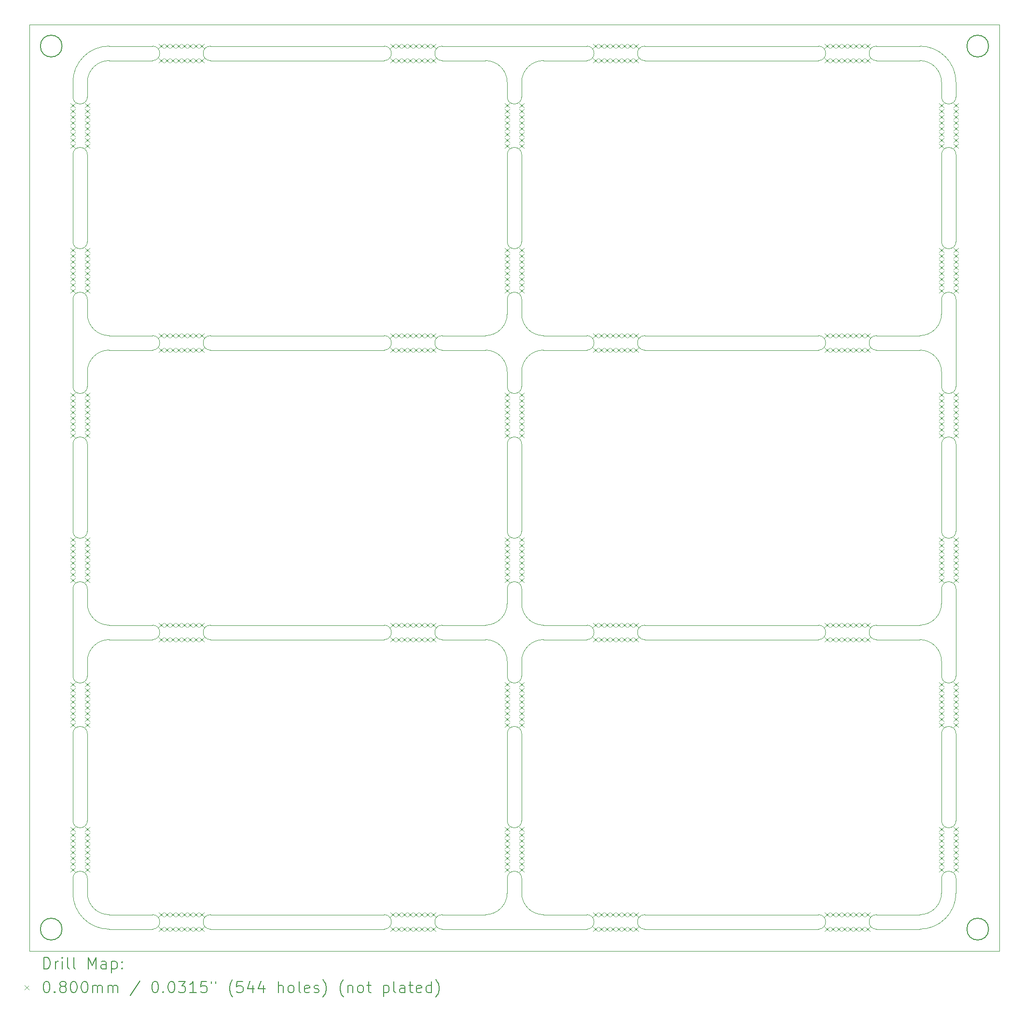
<source format=gbr>
%FSLAX45Y45*%
G04 Gerber Fmt 4.5, Leading zero omitted, Abs format (unit mm)*
G04 Created by KiCad (PCBNEW (5.99.0-9801-g46d71f0d23)) date 2021-03-17 23:59:59*
%MOMM*%
%LPD*%
G01*
G04 APERTURE LIST*
%TA.AperFunction,Profile*%
%ADD10C,0.100000*%
%TD*%
%TA.AperFunction,Profile*%
%ADD11C,0.127000*%
%TD*%
%ADD12C,0.200000*%
%ADD13C,0.080000*%
G04 APERTURE END LIST*
D10*
X18161000Y-8509000D02*
X18161000Y-8255000D01*
X2921000Y-17399000D02*
X2921000Y-17145000D01*
X10541000Y-16129000D02*
X10541000Y-14605000D01*
X17526000Y-17780000D02*
X16764000Y-17780000D01*
X16764000Y-2540000D02*
G75*
G03*
X16764000Y-2794000I0J-127000D01*
G01*
X10541000Y-12319000D02*
X10541000Y-12065000D01*
X2921000Y-7239000D02*
X2921000Y-6985000D01*
X10287000Y-3175000D02*
G75*
G03*
X9906000Y-2794000I-381000J0D01*
G01*
X15748000Y-18034000D02*
G75*
G03*
X15748000Y-17780000I0J127000D01*
G01*
X9906000Y-17780000D02*
X9144000Y-17780000D01*
X4064000Y-2794000D02*
G75*
G03*
X4064000Y-2540000I0J127000D01*
G01*
X10541000Y-5969000D02*
X10541000Y-4445000D01*
X18161000Y-7239000D02*
X18161000Y-8255000D01*
X2921000Y-16129000D02*
X2921000Y-14605000D01*
X10287000Y-12065000D02*
X10287000Y-12319000D01*
X18923000Y-2159000D02*
X1905000Y-2159000D01*
X1905000Y-18415000D02*
X18923000Y-18415000D01*
X10287000Y-8255000D02*
X10287000Y-8509000D01*
X3302000Y-12954000D02*
X4064000Y-12954000D01*
X12700000Y-2540000D02*
X15748000Y-2540000D01*
X11684000Y-7620000D02*
X10922000Y-7620000D01*
X9906000Y-7874000D02*
G75*
G02*
X10287000Y-8255000I0J-381000D01*
G01*
X18161000Y-7239000D02*
X18161000Y-6985000D01*
X15748000Y-17780000D02*
X12700000Y-17780000D01*
X10541000Y-3175000D02*
G75*
G02*
X10922000Y-2794000I381000J0D01*
G01*
X15748000Y-12954000D02*
G75*
G03*
X15748000Y-12700000I0J127000D01*
G01*
X10922000Y-2794000D02*
X11684000Y-2794000D01*
X17526000Y-2540000D02*
X16764000Y-2540000D01*
X10287000Y-11049000D02*
G75*
G03*
X10541000Y-11049000I127000J0D01*
G01*
X17907000Y-4445000D02*
X17907000Y-5969000D01*
X17526000Y-17780000D02*
G75*
G03*
X17907000Y-17399000I0J381000D01*
G01*
D11*
X2476500Y-18034000D02*
G75*
G03*
X2476500Y-18034000I-190500J0D01*
G01*
D10*
X9144000Y-18034000D02*
X11684000Y-18034000D01*
X2667000Y-8255000D02*
X2667000Y-8509000D01*
X8128000Y-18034000D02*
G75*
G03*
X8128000Y-17780000I0J127000D01*
G01*
X4064000Y-7620000D02*
X3302000Y-7620000D01*
X17526000Y-12700000D02*
G75*
G03*
X17907000Y-12319000I0J381000D01*
G01*
D11*
X18732500Y-2540000D02*
G75*
G03*
X18732500Y-2540000I-190500J0D01*
G01*
D10*
X10541000Y-14605000D02*
G75*
G03*
X10287000Y-14605000I-127000J0D01*
G01*
X11684000Y-17780000D02*
X10922000Y-17780000D01*
X16764000Y-12700000D02*
G75*
G03*
X16764000Y-12954000I0J-127000D01*
G01*
X17907000Y-13335000D02*
X17907000Y-13589000D01*
X16764000Y-2794000D02*
X17526000Y-2794000D01*
X10541000Y-9525000D02*
G75*
G03*
X10287000Y-9525000I-127000J0D01*
G01*
X17907000Y-14605000D02*
X17907000Y-16129000D01*
X2921000Y-17145000D02*
G75*
G03*
X2667000Y-17145000I-127000J0D01*
G01*
X9144000Y-2540000D02*
G75*
G03*
X9144000Y-2794000I0J-127000D01*
G01*
X5080000Y-12954000D02*
X8128000Y-12954000D01*
X17907000Y-11049000D02*
G75*
G03*
X18161000Y-11049000I127000J0D01*
G01*
X18161000Y-12319000D02*
X18161000Y-13335000D01*
X10922000Y-12954000D02*
G75*
G03*
X10541000Y-13335000I0J-381000D01*
G01*
X5080000Y-12700000D02*
G75*
G03*
X5080000Y-12954000I0J-127000D01*
G01*
X18161000Y-17145000D02*
G75*
G03*
X17907000Y-17145000I-127000J0D01*
G01*
X4064000Y-12700000D02*
X3302000Y-12700000D01*
X10541000Y-11049000D02*
X10541000Y-9525000D01*
X10287000Y-16129000D02*
G75*
G03*
X10541000Y-16129000I127000J0D01*
G01*
X17907000Y-8255000D02*
G75*
G03*
X17526000Y-7874000I-381000J0D01*
G01*
X18161000Y-16129000D02*
X18161000Y-14605000D01*
X8128000Y-17780000D02*
X5080000Y-17780000D01*
X2667000Y-12065000D02*
X2667000Y-12319000D01*
X17907000Y-13589000D02*
G75*
G03*
X18161000Y-13589000I127000J0D01*
G01*
X3302000Y-2540000D02*
G75*
G03*
X2667000Y-3175000I0J-635000D01*
G01*
X10287000Y-5969000D02*
G75*
G03*
X10541000Y-5969000I127000J0D01*
G01*
X18161000Y-3175000D02*
G75*
G03*
X17526000Y-2540000I-635000J0D01*
G01*
X17907000Y-8509000D02*
G75*
G03*
X18161000Y-8509000I127000J0D01*
G01*
X9144000Y-7874000D02*
X9906000Y-7874000D01*
X2921000Y-17399000D02*
G75*
G03*
X3302000Y-17780000I381000J0D01*
G01*
D11*
X2476500Y-2540000D02*
G75*
G03*
X2476500Y-2540000I-190500J0D01*
G01*
D10*
X11684000Y-12954000D02*
G75*
G03*
X11684000Y-12700000I0J127000D01*
G01*
X10541000Y-17399000D02*
X10541000Y-17145000D01*
X17526000Y-7620000D02*
X16764000Y-7620000D01*
X17907000Y-3429000D02*
G75*
G03*
X18161000Y-3429000I127000J0D01*
G01*
X18161000Y-12065000D02*
G75*
G03*
X17907000Y-12065000I-127000J0D01*
G01*
X10541000Y-4445000D02*
G75*
G03*
X10287000Y-4445000I-127000J0D01*
G01*
X9906000Y-12954000D02*
G75*
G02*
X10287000Y-13335000I0J-381000D01*
G01*
X17526000Y-12700000D02*
X16764000Y-12700000D01*
X12700000Y-7874000D02*
X15748000Y-7874000D01*
X2921000Y-9525000D02*
G75*
G03*
X2667000Y-9525000I-127000J0D01*
G01*
X2921000Y-12319000D02*
G75*
G03*
X3302000Y-12700000I381000J0D01*
G01*
X18161000Y-3429000D02*
X18161000Y-3175000D01*
X17907000Y-3175000D02*
X17907000Y-3429000D01*
X5080000Y-17780000D02*
G75*
G03*
X5080000Y-18034000I0J-127000D01*
G01*
X9144000Y-12700000D02*
G75*
G03*
X9144000Y-12954000I0J-127000D01*
G01*
X17907000Y-17145000D02*
X17907000Y-17399000D01*
X8128000Y-2794000D02*
G75*
G03*
X8128000Y-2540000I0J127000D01*
G01*
X18161000Y-5969000D02*
X18161000Y-4445000D01*
X9144000Y-12954000D02*
X9906000Y-12954000D01*
X12700000Y-12954000D02*
X15748000Y-12954000D01*
X15748000Y-2794000D02*
G75*
G03*
X15748000Y-2540000I0J127000D01*
G01*
X4064000Y-18034000D02*
X3302000Y-18034000D01*
X17907000Y-6985000D02*
X17907000Y-7239000D01*
X2921000Y-12065000D02*
G75*
G03*
X2667000Y-12065000I-127000J0D01*
G01*
X5080000Y-2794000D02*
X8128000Y-2794000D01*
X2921000Y-4445000D02*
G75*
G03*
X2667000Y-4445000I-127000J0D01*
G01*
X10541000Y-17145000D02*
G75*
G03*
X10287000Y-17145000I-127000J0D01*
G01*
X11684000Y-2540000D02*
X9144000Y-2540000D01*
X8128000Y-7620000D02*
X5080000Y-7620000D01*
X2667000Y-14605000D02*
X2667000Y-16129000D01*
X18161000Y-17399000D02*
X18161000Y-17145000D01*
X10287000Y-4445000D02*
X10287000Y-5969000D01*
X10541000Y-12065000D02*
G75*
G03*
X10287000Y-12065000I-127000J0D01*
G01*
X2667000Y-12319000D02*
X2667000Y-13335000D01*
X1905000Y-2159000D02*
X1905000Y-18415000D01*
X2921000Y-12319000D02*
X2921000Y-12065000D01*
X11684000Y-7874000D02*
G75*
G03*
X11684000Y-7620000I0J127000D01*
G01*
X18161000Y-4445000D02*
G75*
G03*
X17907000Y-4445000I-127000J0D01*
G01*
X2667000Y-5969000D02*
G75*
G03*
X2921000Y-5969000I127000J0D01*
G01*
X15748000Y-7874000D02*
G75*
G03*
X15748000Y-7620000I0J127000D01*
G01*
X17907000Y-8255000D02*
X17907000Y-8509000D01*
X4064000Y-12954000D02*
G75*
G03*
X4064000Y-12700000I0J127000D01*
G01*
X18161000Y-9525000D02*
G75*
G03*
X17907000Y-9525000I-127000J0D01*
G01*
X10287000Y-3429000D02*
G75*
G03*
X10541000Y-3429000I127000J0D01*
G01*
X15748000Y-7620000D02*
X12700000Y-7620000D01*
X4064000Y-2540000D02*
X3302000Y-2540000D01*
X8128000Y-7874000D02*
G75*
G03*
X8128000Y-7620000I0J127000D01*
G01*
X3302000Y-2794000D02*
X4064000Y-2794000D01*
X12700000Y-7620000D02*
G75*
G03*
X12700000Y-7874000I0J-127000D01*
G01*
X16764000Y-12954000D02*
X17526000Y-12954000D01*
X3302000Y-7874000D02*
X4064000Y-7874000D01*
X2667000Y-17399000D02*
G75*
G03*
X3302000Y-18034000I635000J0D01*
G01*
X10541000Y-7239000D02*
G75*
G03*
X10922000Y-7620000I381000J0D01*
G01*
X10287000Y-13589000D02*
G75*
G03*
X10541000Y-13589000I127000J0D01*
G01*
X2921000Y-3175000D02*
G75*
G02*
X3302000Y-2794000I381000J0D01*
G01*
X8128000Y-12954000D02*
G75*
G03*
X8128000Y-12700000I0J127000D01*
G01*
X10541000Y-3429000D02*
X10541000Y-3175000D01*
X17907000Y-5969000D02*
G75*
G03*
X18161000Y-5969000I127000J0D01*
G01*
X2921000Y-13335000D02*
G75*
G02*
X3302000Y-12954000I381000J0D01*
G01*
X2921000Y-8255000D02*
G75*
G02*
X3302000Y-7874000I381000J0D01*
G01*
X10287000Y-6985000D02*
X10287000Y-7239000D01*
X2667000Y-9525000D02*
X2667000Y-11049000D01*
X10922000Y-7874000D02*
X11684000Y-7874000D01*
X11684000Y-2794000D02*
G75*
G03*
X11684000Y-2540000I0J127000D01*
G01*
X10287000Y-14605000D02*
X10287000Y-16129000D01*
X11684000Y-18034000D02*
G75*
G03*
X11684000Y-17780000I0J127000D01*
G01*
X16764000Y-7874000D02*
X17526000Y-7874000D01*
X17907000Y-7239000D02*
G75*
G02*
X17526000Y-7620000I-381000J0D01*
G01*
X8128000Y-18034000D02*
X5080000Y-18034000D01*
X2921000Y-6985000D02*
G75*
G03*
X2667000Y-6985000I-127000J0D01*
G01*
X17526000Y-18034000D02*
G75*
G03*
X18161000Y-17399000I0J635000D01*
G01*
X10287000Y-8509000D02*
G75*
G03*
X10541000Y-8509000I127000J0D01*
G01*
X17907000Y-9525000D02*
X17907000Y-11049000D01*
X9144000Y-2794000D02*
X9906000Y-2794000D01*
X16764000Y-7620000D02*
G75*
G03*
X16764000Y-7874000I0J-127000D01*
G01*
X4064000Y-7874000D02*
G75*
G03*
X4064000Y-7620000I0J127000D01*
G01*
X4064000Y-17780000D02*
X3302000Y-17780000D01*
X10287000Y-7239000D02*
G75*
G02*
X9906000Y-7620000I-381000J0D01*
G01*
X10541000Y-6985000D02*
G75*
G03*
X10287000Y-6985000I-127000J0D01*
G01*
X16764000Y-18034000D02*
X17526000Y-18034000D01*
X17526000Y-2794000D02*
G75*
G02*
X17907000Y-3175000I0J-381000D01*
G01*
X10541000Y-8509000D02*
X10541000Y-8255000D01*
X5080000Y-2540000D02*
G75*
G03*
X5080000Y-2794000I0J-127000D01*
G01*
X15748000Y-18034000D02*
X12700000Y-18034000D01*
X10541000Y-12319000D02*
G75*
G03*
X10922000Y-12700000I381000J0D01*
G01*
X18161000Y-6985000D02*
G75*
G03*
X17907000Y-6985000I-127000J0D01*
G01*
X15748000Y-12700000D02*
X12700000Y-12700000D01*
X9906000Y-7620000D02*
X9144000Y-7620000D01*
X10541000Y-7239000D02*
X10541000Y-6985000D01*
X2667000Y-11049000D02*
G75*
G03*
X2921000Y-11049000I127000J0D01*
G01*
X10922000Y-7874000D02*
G75*
G03*
X10541000Y-8255000I0J-381000D01*
G01*
X10922000Y-12954000D02*
X11684000Y-12954000D01*
X2667000Y-16129000D02*
G75*
G03*
X2921000Y-16129000I127000J0D01*
G01*
X2921000Y-8509000D02*
X2921000Y-8255000D01*
X10287000Y-9525000D02*
X10287000Y-11049000D01*
X4064000Y-18034000D02*
G75*
G03*
X4064000Y-17780000I0J127000D01*
G01*
X8128000Y-12700000D02*
X5080000Y-12700000D01*
X10287000Y-3175000D02*
X10287000Y-3429000D01*
X18161000Y-11049000D02*
X18161000Y-9525000D01*
X11684000Y-12700000D02*
X10922000Y-12700000D01*
D11*
X18732500Y-18034000D02*
G75*
G03*
X18732500Y-18034000I-190500J0D01*
G01*
D10*
X2667000Y-7239000D02*
X2667000Y-8255000D01*
X10287000Y-17145000D02*
X10287000Y-17399000D01*
X17907000Y-12065000D02*
X17907000Y-12319000D01*
X18161000Y-12319000D02*
X18161000Y-12065000D01*
X5080000Y-2540000D02*
X8128000Y-2540000D01*
X12700000Y-12700000D02*
G75*
G03*
X12700000Y-12954000I0J-127000D01*
G01*
X2667000Y-13589000D02*
G75*
G03*
X2921000Y-13589000I127000J0D01*
G01*
X18923000Y-18415000D02*
X18923000Y-2159000D01*
X17907000Y-13335000D02*
G75*
G03*
X17526000Y-12954000I-381000J0D01*
G01*
X9144000Y-17780000D02*
G75*
G03*
X9144000Y-18034000I0J-127000D01*
G01*
X2667000Y-3175000D02*
X2667000Y-3429000D01*
X9906000Y-12700000D02*
X9144000Y-12700000D01*
X2921000Y-13589000D02*
X2921000Y-13335000D01*
X2667000Y-8509000D02*
G75*
G03*
X2921000Y-8509000I127000J0D01*
G01*
X2921000Y-3429000D02*
X2921000Y-3175000D01*
X2667000Y-6985000D02*
X2667000Y-7239000D01*
X3302000Y-7620000D02*
G75*
G02*
X2921000Y-7239000I0J381000D01*
G01*
X12700000Y-17780000D02*
G75*
G03*
X12700000Y-18034000I0J-127000D01*
G01*
X2667000Y-3429000D02*
G75*
G03*
X2921000Y-3429000I127000J0D01*
G01*
X10287000Y-17399000D02*
G75*
G02*
X9906000Y-17780000I-381000J0D01*
G01*
X2667000Y-17145000D02*
X2667000Y-17399000D01*
X10541000Y-17399000D02*
G75*
G03*
X10922000Y-17780000I381000J0D01*
G01*
X2921000Y-11049000D02*
X2921000Y-9525000D01*
X2921000Y-14605000D02*
G75*
G03*
X2667000Y-14605000I-127000J0D01*
G01*
X16764000Y-17780000D02*
G75*
G03*
X16764000Y-18034000I0J-127000D01*
G01*
X17907000Y-16129000D02*
G75*
G03*
X18161000Y-16129000I127000J0D01*
G01*
X12700000Y-2540000D02*
G75*
G03*
X12700000Y-2794000I0J-127000D01*
G01*
X2667000Y-13335000D02*
X2667000Y-13589000D01*
X2667000Y-4445000D02*
X2667000Y-5969000D01*
X18161000Y-13589000D02*
X18161000Y-13335000D01*
X18161000Y-14605000D02*
G75*
G03*
X17907000Y-14605000I-127000J0D01*
G01*
X10287000Y-13335000D02*
X10287000Y-13589000D01*
X12700000Y-2794000D02*
X15748000Y-2794000D01*
X5080000Y-7620000D02*
G75*
G03*
X5080000Y-7874000I0J-127000D01*
G01*
X2921000Y-5969000D02*
X2921000Y-4445000D01*
X5080000Y-7874000D02*
X8128000Y-7874000D01*
X10541000Y-13589000D02*
X10541000Y-13335000D01*
X9144000Y-7620000D02*
G75*
G03*
X9144000Y-7874000I0J-127000D01*
G01*
X10287000Y-12319000D02*
G75*
G02*
X9906000Y-12700000I-381000J0D01*
G01*
D12*
D13*
X2627000Y-3541400D02*
X2707000Y-3621400D01*
X2707000Y-3541400D02*
X2627000Y-3621400D01*
X2627000Y-3643000D02*
X2707000Y-3723000D01*
X2707000Y-3643000D02*
X2627000Y-3723000D01*
X2627000Y-3744600D02*
X2707000Y-3824600D01*
X2707000Y-3744600D02*
X2627000Y-3824600D01*
X2627000Y-3846200D02*
X2707000Y-3926200D01*
X2707000Y-3846200D02*
X2627000Y-3926200D01*
X2627000Y-3947800D02*
X2707000Y-4027800D01*
X2707000Y-3947800D02*
X2627000Y-4027800D01*
X2627000Y-4049400D02*
X2707000Y-4129400D01*
X2707000Y-4049400D02*
X2627000Y-4129400D01*
X2627000Y-4151000D02*
X2707000Y-4231000D01*
X2707000Y-4151000D02*
X2627000Y-4231000D01*
X2627000Y-4252600D02*
X2707000Y-4332600D01*
X2707000Y-4252600D02*
X2627000Y-4332600D01*
X2627000Y-6081400D02*
X2707000Y-6161400D01*
X2707000Y-6081400D02*
X2627000Y-6161400D01*
X2627000Y-6183000D02*
X2707000Y-6263000D01*
X2707000Y-6183000D02*
X2627000Y-6263000D01*
X2627000Y-6284600D02*
X2707000Y-6364600D01*
X2707000Y-6284600D02*
X2627000Y-6364600D01*
X2627000Y-6386200D02*
X2707000Y-6466200D01*
X2707000Y-6386200D02*
X2627000Y-6466200D01*
X2627000Y-6487800D02*
X2707000Y-6567800D01*
X2707000Y-6487800D02*
X2627000Y-6567800D01*
X2627000Y-6589400D02*
X2707000Y-6669400D01*
X2707000Y-6589400D02*
X2627000Y-6669400D01*
X2627000Y-6691000D02*
X2707000Y-6771000D01*
X2707000Y-6691000D02*
X2627000Y-6771000D01*
X2627000Y-6792600D02*
X2707000Y-6872600D01*
X2707000Y-6792600D02*
X2627000Y-6872600D01*
X2627000Y-8621400D02*
X2707000Y-8701400D01*
X2707000Y-8621400D02*
X2627000Y-8701400D01*
X2627000Y-8723000D02*
X2707000Y-8803000D01*
X2707000Y-8723000D02*
X2627000Y-8803000D01*
X2627000Y-8824600D02*
X2707000Y-8904600D01*
X2707000Y-8824600D02*
X2627000Y-8904600D01*
X2627000Y-8926200D02*
X2707000Y-9006200D01*
X2707000Y-8926200D02*
X2627000Y-9006200D01*
X2627000Y-9027800D02*
X2707000Y-9107800D01*
X2707000Y-9027800D02*
X2627000Y-9107800D01*
X2627000Y-9129400D02*
X2707000Y-9209400D01*
X2707000Y-9129400D02*
X2627000Y-9209400D01*
X2627000Y-9231000D02*
X2707000Y-9311000D01*
X2707000Y-9231000D02*
X2627000Y-9311000D01*
X2627000Y-9332600D02*
X2707000Y-9412600D01*
X2707000Y-9332600D02*
X2627000Y-9412600D01*
X2627000Y-11161400D02*
X2707000Y-11241400D01*
X2707000Y-11161400D02*
X2627000Y-11241400D01*
X2627000Y-11263000D02*
X2707000Y-11343000D01*
X2707000Y-11263000D02*
X2627000Y-11343000D01*
X2627000Y-11364600D02*
X2707000Y-11444600D01*
X2707000Y-11364600D02*
X2627000Y-11444600D01*
X2627000Y-11466200D02*
X2707000Y-11546200D01*
X2707000Y-11466200D02*
X2627000Y-11546200D01*
X2627000Y-11567800D02*
X2707000Y-11647800D01*
X2707000Y-11567800D02*
X2627000Y-11647800D01*
X2627000Y-11669400D02*
X2707000Y-11749400D01*
X2707000Y-11669400D02*
X2627000Y-11749400D01*
X2627000Y-11771000D02*
X2707000Y-11851000D01*
X2707000Y-11771000D02*
X2627000Y-11851000D01*
X2627000Y-11872600D02*
X2707000Y-11952600D01*
X2707000Y-11872600D02*
X2627000Y-11952600D01*
X2627000Y-13701400D02*
X2707000Y-13781400D01*
X2707000Y-13701400D02*
X2627000Y-13781400D01*
X2627000Y-13803000D02*
X2707000Y-13883000D01*
X2707000Y-13803000D02*
X2627000Y-13883000D01*
X2627000Y-13904600D02*
X2707000Y-13984600D01*
X2707000Y-13904600D02*
X2627000Y-13984600D01*
X2627000Y-14006200D02*
X2707000Y-14086200D01*
X2707000Y-14006200D02*
X2627000Y-14086200D01*
X2627000Y-14107800D02*
X2707000Y-14187800D01*
X2707000Y-14107800D02*
X2627000Y-14187800D01*
X2627000Y-14209400D02*
X2707000Y-14289400D01*
X2707000Y-14209400D02*
X2627000Y-14289400D01*
X2627000Y-14311000D02*
X2707000Y-14391000D01*
X2707000Y-14311000D02*
X2627000Y-14391000D01*
X2627000Y-14412600D02*
X2707000Y-14492600D01*
X2707000Y-14412600D02*
X2627000Y-14492600D01*
X2627000Y-16241400D02*
X2707000Y-16321400D01*
X2707000Y-16241400D02*
X2627000Y-16321400D01*
X2627000Y-16343000D02*
X2707000Y-16423000D01*
X2707000Y-16343000D02*
X2627000Y-16423000D01*
X2627000Y-16444600D02*
X2707000Y-16524600D01*
X2707000Y-16444600D02*
X2627000Y-16524600D01*
X2627000Y-16546200D02*
X2707000Y-16626200D01*
X2707000Y-16546200D02*
X2627000Y-16626200D01*
X2627000Y-16647800D02*
X2707000Y-16727800D01*
X2707000Y-16647800D02*
X2627000Y-16727800D01*
X2627000Y-16749400D02*
X2707000Y-16829400D01*
X2707000Y-16749400D02*
X2627000Y-16829400D01*
X2627000Y-16851000D02*
X2707000Y-16931000D01*
X2707000Y-16851000D02*
X2627000Y-16931000D01*
X2627000Y-16952600D02*
X2707000Y-17032600D01*
X2707000Y-16952600D02*
X2627000Y-17032600D01*
X2881000Y-3541400D02*
X2961000Y-3621400D01*
X2961000Y-3541400D02*
X2881000Y-3621400D01*
X2881000Y-3643000D02*
X2961000Y-3723000D01*
X2961000Y-3643000D02*
X2881000Y-3723000D01*
X2881000Y-3744600D02*
X2961000Y-3824600D01*
X2961000Y-3744600D02*
X2881000Y-3824600D01*
X2881000Y-3846200D02*
X2961000Y-3926200D01*
X2961000Y-3846200D02*
X2881000Y-3926200D01*
X2881000Y-3947800D02*
X2961000Y-4027800D01*
X2961000Y-3947800D02*
X2881000Y-4027800D01*
X2881000Y-4049400D02*
X2961000Y-4129400D01*
X2961000Y-4049400D02*
X2881000Y-4129400D01*
X2881000Y-4151000D02*
X2961000Y-4231000D01*
X2961000Y-4151000D02*
X2881000Y-4231000D01*
X2881000Y-4252600D02*
X2961000Y-4332600D01*
X2961000Y-4252600D02*
X2881000Y-4332600D01*
X2881000Y-6081400D02*
X2961000Y-6161400D01*
X2961000Y-6081400D02*
X2881000Y-6161400D01*
X2881000Y-6183000D02*
X2961000Y-6263000D01*
X2961000Y-6183000D02*
X2881000Y-6263000D01*
X2881000Y-6284600D02*
X2961000Y-6364600D01*
X2961000Y-6284600D02*
X2881000Y-6364600D01*
X2881000Y-6386200D02*
X2961000Y-6466200D01*
X2961000Y-6386200D02*
X2881000Y-6466200D01*
X2881000Y-6487800D02*
X2961000Y-6567800D01*
X2961000Y-6487800D02*
X2881000Y-6567800D01*
X2881000Y-6589400D02*
X2961000Y-6669400D01*
X2961000Y-6589400D02*
X2881000Y-6669400D01*
X2881000Y-6691000D02*
X2961000Y-6771000D01*
X2961000Y-6691000D02*
X2881000Y-6771000D01*
X2881000Y-6792600D02*
X2961000Y-6872600D01*
X2961000Y-6792600D02*
X2881000Y-6872600D01*
X2881000Y-8621400D02*
X2961000Y-8701400D01*
X2961000Y-8621400D02*
X2881000Y-8701400D01*
X2881000Y-8723000D02*
X2961000Y-8803000D01*
X2961000Y-8723000D02*
X2881000Y-8803000D01*
X2881000Y-8824600D02*
X2961000Y-8904600D01*
X2961000Y-8824600D02*
X2881000Y-8904600D01*
X2881000Y-8926200D02*
X2961000Y-9006200D01*
X2961000Y-8926200D02*
X2881000Y-9006200D01*
X2881000Y-9027800D02*
X2961000Y-9107800D01*
X2961000Y-9027800D02*
X2881000Y-9107800D01*
X2881000Y-9129400D02*
X2961000Y-9209400D01*
X2961000Y-9129400D02*
X2881000Y-9209400D01*
X2881000Y-9231000D02*
X2961000Y-9311000D01*
X2961000Y-9231000D02*
X2881000Y-9311000D01*
X2881000Y-9332600D02*
X2961000Y-9412600D01*
X2961000Y-9332600D02*
X2881000Y-9412600D01*
X2881000Y-11161400D02*
X2961000Y-11241400D01*
X2961000Y-11161400D02*
X2881000Y-11241400D01*
X2881000Y-11263000D02*
X2961000Y-11343000D01*
X2961000Y-11263000D02*
X2881000Y-11343000D01*
X2881000Y-11364600D02*
X2961000Y-11444600D01*
X2961000Y-11364600D02*
X2881000Y-11444600D01*
X2881000Y-11466200D02*
X2961000Y-11546200D01*
X2961000Y-11466200D02*
X2881000Y-11546200D01*
X2881000Y-11567800D02*
X2961000Y-11647800D01*
X2961000Y-11567800D02*
X2881000Y-11647800D01*
X2881000Y-11669400D02*
X2961000Y-11749400D01*
X2961000Y-11669400D02*
X2881000Y-11749400D01*
X2881000Y-11771000D02*
X2961000Y-11851000D01*
X2961000Y-11771000D02*
X2881000Y-11851000D01*
X2881000Y-11872600D02*
X2961000Y-11952600D01*
X2961000Y-11872600D02*
X2881000Y-11952600D01*
X2881000Y-13701400D02*
X2961000Y-13781400D01*
X2961000Y-13701400D02*
X2881000Y-13781400D01*
X2881000Y-13803000D02*
X2961000Y-13883000D01*
X2961000Y-13803000D02*
X2881000Y-13883000D01*
X2881000Y-13904600D02*
X2961000Y-13984600D01*
X2961000Y-13904600D02*
X2881000Y-13984600D01*
X2881000Y-14006200D02*
X2961000Y-14086200D01*
X2961000Y-14006200D02*
X2881000Y-14086200D01*
X2881000Y-14107800D02*
X2961000Y-14187800D01*
X2961000Y-14107800D02*
X2881000Y-14187800D01*
X2881000Y-14209400D02*
X2961000Y-14289400D01*
X2961000Y-14209400D02*
X2881000Y-14289400D01*
X2881000Y-14311000D02*
X2961000Y-14391000D01*
X2961000Y-14311000D02*
X2881000Y-14391000D01*
X2881000Y-14412600D02*
X2961000Y-14492600D01*
X2961000Y-14412600D02*
X2881000Y-14492600D01*
X2881000Y-16241400D02*
X2961000Y-16321400D01*
X2961000Y-16241400D02*
X2881000Y-16321400D01*
X2881000Y-16343000D02*
X2961000Y-16423000D01*
X2961000Y-16343000D02*
X2881000Y-16423000D01*
X2881000Y-16444600D02*
X2961000Y-16524600D01*
X2961000Y-16444600D02*
X2881000Y-16524600D01*
X2881000Y-16546200D02*
X2961000Y-16626200D01*
X2961000Y-16546200D02*
X2881000Y-16626200D01*
X2881000Y-16647800D02*
X2961000Y-16727800D01*
X2961000Y-16647800D02*
X2881000Y-16727800D01*
X2881000Y-16749400D02*
X2961000Y-16829400D01*
X2961000Y-16749400D02*
X2881000Y-16829400D01*
X2881000Y-16851000D02*
X2961000Y-16931000D01*
X2961000Y-16851000D02*
X2881000Y-16931000D01*
X2881000Y-16952600D02*
X2961000Y-17032600D01*
X2961000Y-16952600D02*
X2881000Y-17032600D01*
X4176400Y-2500000D02*
X4256400Y-2580000D01*
X4256400Y-2500000D02*
X4176400Y-2580000D01*
X4176400Y-2754000D02*
X4256400Y-2834000D01*
X4256400Y-2754000D02*
X4176400Y-2834000D01*
X4176400Y-7580000D02*
X4256400Y-7660000D01*
X4256400Y-7580000D02*
X4176400Y-7660000D01*
X4176400Y-7834000D02*
X4256400Y-7914000D01*
X4256400Y-7834000D02*
X4176400Y-7914000D01*
X4176400Y-12660000D02*
X4256400Y-12740000D01*
X4256400Y-12660000D02*
X4176400Y-12740000D01*
X4176400Y-12914000D02*
X4256400Y-12994000D01*
X4256400Y-12914000D02*
X4176400Y-12994000D01*
X4176400Y-17740000D02*
X4256400Y-17820000D01*
X4256400Y-17740000D02*
X4176400Y-17820000D01*
X4176400Y-17994000D02*
X4256400Y-18074000D01*
X4256400Y-17994000D02*
X4176400Y-18074000D01*
X4278000Y-2500000D02*
X4358000Y-2580000D01*
X4358000Y-2500000D02*
X4278000Y-2580000D01*
X4278000Y-2754000D02*
X4358000Y-2834000D01*
X4358000Y-2754000D02*
X4278000Y-2834000D01*
X4278000Y-7580000D02*
X4358000Y-7660000D01*
X4358000Y-7580000D02*
X4278000Y-7660000D01*
X4278000Y-7834000D02*
X4358000Y-7914000D01*
X4358000Y-7834000D02*
X4278000Y-7914000D01*
X4278000Y-12660000D02*
X4358000Y-12740000D01*
X4358000Y-12660000D02*
X4278000Y-12740000D01*
X4278000Y-12914000D02*
X4358000Y-12994000D01*
X4358000Y-12914000D02*
X4278000Y-12994000D01*
X4278000Y-17740000D02*
X4358000Y-17820000D01*
X4358000Y-17740000D02*
X4278000Y-17820000D01*
X4278000Y-17994000D02*
X4358000Y-18074000D01*
X4358000Y-17994000D02*
X4278000Y-18074000D01*
X4379600Y-2500000D02*
X4459600Y-2580000D01*
X4459600Y-2500000D02*
X4379600Y-2580000D01*
X4379600Y-2754000D02*
X4459600Y-2834000D01*
X4459600Y-2754000D02*
X4379600Y-2834000D01*
X4379600Y-7580000D02*
X4459600Y-7660000D01*
X4459600Y-7580000D02*
X4379600Y-7660000D01*
X4379600Y-7834000D02*
X4459600Y-7914000D01*
X4459600Y-7834000D02*
X4379600Y-7914000D01*
X4379600Y-12660000D02*
X4459600Y-12740000D01*
X4459600Y-12660000D02*
X4379600Y-12740000D01*
X4379600Y-12914000D02*
X4459600Y-12994000D01*
X4459600Y-12914000D02*
X4379600Y-12994000D01*
X4379600Y-17740000D02*
X4459600Y-17820000D01*
X4459600Y-17740000D02*
X4379600Y-17820000D01*
X4379600Y-17994000D02*
X4459600Y-18074000D01*
X4459600Y-17994000D02*
X4379600Y-18074000D01*
X4481200Y-2500000D02*
X4561200Y-2580000D01*
X4561200Y-2500000D02*
X4481200Y-2580000D01*
X4481200Y-2754000D02*
X4561200Y-2834000D01*
X4561200Y-2754000D02*
X4481200Y-2834000D01*
X4481200Y-7580000D02*
X4561200Y-7660000D01*
X4561200Y-7580000D02*
X4481200Y-7660000D01*
X4481200Y-7834000D02*
X4561200Y-7914000D01*
X4561200Y-7834000D02*
X4481200Y-7914000D01*
X4481200Y-12660000D02*
X4561200Y-12740000D01*
X4561200Y-12660000D02*
X4481200Y-12740000D01*
X4481200Y-12914000D02*
X4561200Y-12994000D01*
X4561200Y-12914000D02*
X4481200Y-12994000D01*
X4481200Y-17740000D02*
X4561200Y-17820000D01*
X4561200Y-17740000D02*
X4481200Y-17820000D01*
X4481200Y-17994000D02*
X4561200Y-18074000D01*
X4561200Y-17994000D02*
X4481200Y-18074000D01*
X4582800Y-2500000D02*
X4662800Y-2580000D01*
X4662800Y-2500000D02*
X4582800Y-2580000D01*
X4582800Y-2754000D02*
X4662800Y-2834000D01*
X4662800Y-2754000D02*
X4582800Y-2834000D01*
X4582800Y-7580000D02*
X4662800Y-7660000D01*
X4662800Y-7580000D02*
X4582800Y-7660000D01*
X4582800Y-7834000D02*
X4662800Y-7914000D01*
X4662800Y-7834000D02*
X4582800Y-7914000D01*
X4582800Y-12660000D02*
X4662800Y-12740000D01*
X4662800Y-12660000D02*
X4582800Y-12740000D01*
X4582800Y-12914000D02*
X4662800Y-12994000D01*
X4662800Y-12914000D02*
X4582800Y-12994000D01*
X4582800Y-17740000D02*
X4662800Y-17820000D01*
X4662800Y-17740000D02*
X4582800Y-17820000D01*
X4582800Y-17994000D02*
X4662800Y-18074000D01*
X4662800Y-17994000D02*
X4582800Y-18074000D01*
X4684400Y-2500000D02*
X4764400Y-2580000D01*
X4764400Y-2500000D02*
X4684400Y-2580000D01*
X4684400Y-2754000D02*
X4764400Y-2834000D01*
X4764400Y-2754000D02*
X4684400Y-2834000D01*
X4684400Y-7580000D02*
X4764400Y-7660000D01*
X4764400Y-7580000D02*
X4684400Y-7660000D01*
X4684400Y-7834000D02*
X4764400Y-7914000D01*
X4764400Y-7834000D02*
X4684400Y-7914000D01*
X4684400Y-12660000D02*
X4764400Y-12740000D01*
X4764400Y-12660000D02*
X4684400Y-12740000D01*
X4684400Y-12914000D02*
X4764400Y-12994000D01*
X4764400Y-12914000D02*
X4684400Y-12994000D01*
X4684400Y-17740000D02*
X4764400Y-17820000D01*
X4764400Y-17740000D02*
X4684400Y-17820000D01*
X4684400Y-17994000D02*
X4764400Y-18074000D01*
X4764400Y-17994000D02*
X4684400Y-18074000D01*
X4786000Y-2500000D02*
X4866000Y-2580000D01*
X4866000Y-2500000D02*
X4786000Y-2580000D01*
X4786000Y-2754000D02*
X4866000Y-2834000D01*
X4866000Y-2754000D02*
X4786000Y-2834000D01*
X4786000Y-7580000D02*
X4866000Y-7660000D01*
X4866000Y-7580000D02*
X4786000Y-7660000D01*
X4786000Y-7834000D02*
X4866000Y-7914000D01*
X4866000Y-7834000D02*
X4786000Y-7914000D01*
X4786000Y-12660000D02*
X4866000Y-12740000D01*
X4866000Y-12660000D02*
X4786000Y-12740000D01*
X4786000Y-12914000D02*
X4866000Y-12994000D01*
X4866000Y-12914000D02*
X4786000Y-12994000D01*
X4786000Y-17740000D02*
X4866000Y-17820000D01*
X4866000Y-17740000D02*
X4786000Y-17820000D01*
X4786000Y-17994000D02*
X4866000Y-18074000D01*
X4866000Y-17994000D02*
X4786000Y-18074000D01*
X4887600Y-2500000D02*
X4967600Y-2580000D01*
X4967600Y-2500000D02*
X4887600Y-2580000D01*
X4887600Y-2754000D02*
X4967600Y-2834000D01*
X4967600Y-2754000D02*
X4887600Y-2834000D01*
X4887600Y-7580000D02*
X4967600Y-7660000D01*
X4967600Y-7580000D02*
X4887600Y-7660000D01*
X4887600Y-7834000D02*
X4967600Y-7914000D01*
X4967600Y-7834000D02*
X4887600Y-7914000D01*
X4887600Y-12660000D02*
X4967600Y-12740000D01*
X4967600Y-12660000D02*
X4887600Y-12740000D01*
X4887600Y-12914000D02*
X4967600Y-12994000D01*
X4967600Y-12914000D02*
X4887600Y-12994000D01*
X4887600Y-17740000D02*
X4967600Y-17820000D01*
X4967600Y-17740000D02*
X4887600Y-17820000D01*
X4887600Y-17994000D02*
X4967600Y-18074000D01*
X4967600Y-17994000D02*
X4887600Y-18074000D01*
X8240400Y-2500000D02*
X8320400Y-2580000D01*
X8320400Y-2500000D02*
X8240400Y-2580000D01*
X8240400Y-2754000D02*
X8320400Y-2834000D01*
X8320400Y-2754000D02*
X8240400Y-2834000D01*
X8240400Y-7580000D02*
X8320400Y-7660000D01*
X8320400Y-7580000D02*
X8240400Y-7660000D01*
X8240400Y-7834000D02*
X8320400Y-7914000D01*
X8320400Y-7834000D02*
X8240400Y-7914000D01*
X8240400Y-12660000D02*
X8320400Y-12740000D01*
X8320400Y-12660000D02*
X8240400Y-12740000D01*
X8240400Y-12914000D02*
X8320400Y-12994000D01*
X8320400Y-12914000D02*
X8240400Y-12994000D01*
X8240400Y-17740000D02*
X8320400Y-17820000D01*
X8320400Y-17740000D02*
X8240400Y-17820000D01*
X8240400Y-17994000D02*
X8320400Y-18074000D01*
X8320400Y-17994000D02*
X8240400Y-18074000D01*
X8342000Y-2500000D02*
X8422000Y-2580000D01*
X8422000Y-2500000D02*
X8342000Y-2580000D01*
X8342000Y-2754000D02*
X8422000Y-2834000D01*
X8422000Y-2754000D02*
X8342000Y-2834000D01*
X8342000Y-7580000D02*
X8422000Y-7660000D01*
X8422000Y-7580000D02*
X8342000Y-7660000D01*
X8342000Y-7834000D02*
X8422000Y-7914000D01*
X8422000Y-7834000D02*
X8342000Y-7914000D01*
X8342000Y-12660000D02*
X8422000Y-12740000D01*
X8422000Y-12660000D02*
X8342000Y-12740000D01*
X8342000Y-12914000D02*
X8422000Y-12994000D01*
X8422000Y-12914000D02*
X8342000Y-12994000D01*
X8342000Y-17740000D02*
X8422000Y-17820000D01*
X8422000Y-17740000D02*
X8342000Y-17820000D01*
X8342000Y-17994000D02*
X8422000Y-18074000D01*
X8422000Y-17994000D02*
X8342000Y-18074000D01*
X8443600Y-2500000D02*
X8523600Y-2580000D01*
X8523600Y-2500000D02*
X8443600Y-2580000D01*
X8443600Y-2754000D02*
X8523600Y-2834000D01*
X8523600Y-2754000D02*
X8443600Y-2834000D01*
X8443600Y-7580000D02*
X8523600Y-7660000D01*
X8523600Y-7580000D02*
X8443600Y-7660000D01*
X8443600Y-7834000D02*
X8523600Y-7914000D01*
X8523600Y-7834000D02*
X8443600Y-7914000D01*
X8443600Y-12660000D02*
X8523600Y-12740000D01*
X8523600Y-12660000D02*
X8443600Y-12740000D01*
X8443600Y-12914000D02*
X8523600Y-12994000D01*
X8523600Y-12914000D02*
X8443600Y-12994000D01*
X8443600Y-17740000D02*
X8523600Y-17820000D01*
X8523600Y-17740000D02*
X8443600Y-17820000D01*
X8443600Y-17994000D02*
X8523600Y-18074000D01*
X8523600Y-17994000D02*
X8443600Y-18074000D01*
X8545200Y-2500000D02*
X8625200Y-2580000D01*
X8625200Y-2500000D02*
X8545200Y-2580000D01*
X8545200Y-2754000D02*
X8625200Y-2834000D01*
X8625200Y-2754000D02*
X8545200Y-2834000D01*
X8545200Y-7580000D02*
X8625200Y-7660000D01*
X8625200Y-7580000D02*
X8545200Y-7660000D01*
X8545200Y-7834000D02*
X8625200Y-7914000D01*
X8625200Y-7834000D02*
X8545200Y-7914000D01*
X8545200Y-12660000D02*
X8625200Y-12740000D01*
X8625200Y-12660000D02*
X8545200Y-12740000D01*
X8545200Y-12914000D02*
X8625200Y-12994000D01*
X8625200Y-12914000D02*
X8545200Y-12994000D01*
X8545200Y-17740000D02*
X8625200Y-17820000D01*
X8625200Y-17740000D02*
X8545200Y-17820000D01*
X8545200Y-17994000D02*
X8625200Y-18074000D01*
X8625200Y-17994000D02*
X8545200Y-18074000D01*
X8646800Y-2500000D02*
X8726800Y-2580000D01*
X8726800Y-2500000D02*
X8646800Y-2580000D01*
X8646800Y-2754000D02*
X8726800Y-2834000D01*
X8726800Y-2754000D02*
X8646800Y-2834000D01*
X8646800Y-7580000D02*
X8726800Y-7660000D01*
X8726800Y-7580000D02*
X8646800Y-7660000D01*
X8646800Y-7834000D02*
X8726800Y-7914000D01*
X8726800Y-7834000D02*
X8646800Y-7914000D01*
X8646800Y-12660000D02*
X8726800Y-12740000D01*
X8726800Y-12660000D02*
X8646800Y-12740000D01*
X8646800Y-12914000D02*
X8726800Y-12994000D01*
X8726800Y-12914000D02*
X8646800Y-12994000D01*
X8646800Y-17740000D02*
X8726800Y-17820000D01*
X8726800Y-17740000D02*
X8646800Y-17820000D01*
X8646800Y-17994000D02*
X8726800Y-18074000D01*
X8726800Y-17994000D02*
X8646800Y-18074000D01*
X8748400Y-2500000D02*
X8828400Y-2580000D01*
X8828400Y-2500000D02*
X8748400Y-2580000D01*
X8748400Y-2754000D02*
X8828400Y-2834000D01*
X8828400Y-2754000D02*
X8748400Y-2834000D01*
X8748400Y-7580000D02*
X8828400Y-7660000D01*
X8828400Y-7580000D02*
X8748400Y-7660000D01*
X8748400Y-7834000D02*
X8828400Y-7914000D01*
X8828400Y-7834000D02*
X8748400Y-7914000D01*
X8748400Y-12660000D02*
X8828400Y-12740000D01*
X8828400Y-12660000D02*
X8748400Y-12740000D01*
X8748400Y-12914000D02*
X8828400Y-12994000D01*
X8828400Y-12914000D02*
X8748400Y-12994000D01*
X8748400Y-17740000D02*
X8828400Y-17820000D01*
X8828400Y-17740000D02*
X8748400Y-17820000D01*
X8748400Y-17994000D02*
X8828400Y-18074000D01*
X8828400Y-17994000D02*
X8748400Y-18074000D01*
X8850000Y-2500000D02*
X8930000Y-2580000D01*
X8930000Y-2500000D02*
X8850000Y-2580000D01*
X8850000Y-2754000D02*
X8930000Y-2834000D01*
X8930000Y-2754000D02*
X8850000Y-2834000D01*
X8850000Y-7580000D02*
X8930000Y-7660000D01*
X8930000Y-7580000D02*
X8850000Y-7660000D01*
X8850000Y-7834000D02*
X8930000Y-7914000D01*
X8930000Y-7834000D02*
X8850000Y-7914000D01*
X8850000Y-12660000D02*
X8930000Y-12740000D01*
X8930000Y-12660000D02*
X8850000Y-12740000D01*
X8850000Y-12914000D02*
X8930000Y-12994000D01*
X8930000Y-12914000D02*
X8850000Y-12994000D01*
X8850000Y-17740000D02*
X8930000Y-17820000D01*
X8930000Y-17740000D02*
X8850000Y-17820000D01*
X8850000Y-17994000D02*
X8930000Y-18074000D01*
X8930000Y-17994000D02*
X8850000Y-18074000D01*
X8951600Y-2500000D02*
X9031600Y-2580000D01*
X9031600Y-2500000D02*
X8951600Y-2580000D01*
X8951600Y-2754000D02*
X9031600Y-2834000D01*
X9031600Y-2754000D02*
X8951600Y-2834000D01*
X8951600Y-7580000D02*
X9031600Y-7660000D01*
X9031600Y-7580000D02*
X8951600Y-7660000D01*
X8951600Y-7834000D02*
X9031600Y-7914000D01*
X9031600Y-7834000D02*
X8951600Y-7914000D01*
X8951600Y-12660000D02*
X9031600Y-12740000D01*
X9031600Y-12660000D02*
X8951600Y-12740000D01*
X8951600Y-12914000D02*
X9031600Y-12994000D01*
X9031600Y-12914000D02*
X8951600Y-12994000D01*
X8951600Y-17740000D02*
X9031600Y-17820000D01*
X9031600Y-17740000D02*
X8951600Y-17820000D01*
X8951600Y-17994000D02*
X9031600Y-18074000D01*
X9031600Y-17994000D02*
X8951600Y-18074000D01*
X10247000Y-3541400D02*
X10327000Y-3621400D01*
X10327000Y-3541400D02*
X10247000Y-3621400D01*
X10247000Y-3643000D02*
X10327000Y-3723000D01*
X10327000Y-3643000D02*
X10247000Y-3723000D01*
X10247000Y-3744600D02*
X10327000Y-3824600D01*
X10327000Y-3744600D02*
X10247000Y-3824600D01*
X10247000Y-3846200D02*
X10327000Y-3926200D01*
X10327000Y-3846200D02*
X10247000Y-3926200D01*
X10247000Y-3947800D02*
X10327000Y-4027800D01*
X10327000Y-3947800D02*
X10247000Y-4027800D01*
X10247000Y-4049400D02*
X10327000Y-4129400D01*
X10327000Y-4049400D02*
X10247000Y-4129400D01*
X10247000Y-4151000D02*
X10327000Y-4231000D01*
X10327000Y-4151000D02*
X10247000Y-4231000D01*
X10247000Y-4252600D02*
X10327000Y-4332600D01*
X10327000Y-4252600D02*
X10247000Y-4332600D01*
X10247000Y-6081400D02*
X10327000Y-6161400D01*
X10327000Y-6081400D02*
X10247000Y-6161400D01*
X10247000Y-6183000D02*
X10327000Y-6263000D01*
X10327000Y-6183000D02*
X10247000Y-6263000D01*
X10247000Y-6284600D02*
X10327000Y-6364600D01*
X10327000Y-6284600D02*
X10247000Y-6364600D01*
X10247000Y-6386200D02*
X10327000Y-6466200D01*
X10327000Y-6386200D02*
X10247000Y-6466200D01*
X10247000Y-6487800D02*
X10327000Y-6567800D01*
X10327000Y-6487800D02*
X10247000Y-6567800D01*
X10247000Y-6589400D02*
X10327000Y-6669400D01*
X10327000Y-6589400D02*
X10247000Y-6669400D01*
X10247000Y-6691000D02*
X10327000Y-6771000D01*
X10327000Y-6691000D02*
X10247000Y-6771000D01*
X10247000Y-6792600D02*
X10327000Y-6872600D01*
X10327000Y-6792600D02*
X10247000Y-6872600D01*
X10247000Y-8621400D02*
X10327000Y-8701400D01*
X10327000Y-8621400D02*
X10247000Y-8701400D01*
X10247000Y-8723000D02*
X10327000Y-8803000D01*
X10327000Y-8723000D02*
X10247000Y-8803000D01*
X10247000Y-8824600D02*
X10327000Y-8904600D01*
X10327000Y-8824600D02*
X10247000Y-8904600D01*
X10247000Y-8926200D02*
X10327000Y-9006200D01*
X10327000Y-8926200D02*
X10247000Y-9006200D01*
X10247000Y-9027800D02*
X10327000Y-9107800D01*
X10327000Y-9027800D02*
X10247000Y-9107800D01*
X10247000Y-9129400D02*
X10327000Y-9209400D01*
X10327000Y-9129400D02*
X10247000Y-9209400D01*
X10247000Y-9231000D02*
X10327000Y-9311000D01*
X10327000Y-9231000D02*
X10247000Y-9311000D01*
X10247000Y-9332600D02*
X10327000Y-9412600D01*
X10327000Y-9332600D02*
X10247000Y-9412600D01*
X10247000Y-11161400D02*
X10327000Y-11241400D01*
X10327000Y-11161400D02*
X10247000Y-11241400D01*
X10247000Y-11263000D02*
X10327000Y-11343000D01*
X10327000Y-11263000D02*
X10247000Y-11343000D01*
X10247000Y-11364600D02*
X10327000Y-11444600D01*
X10327000Y-11364600D02*
X10247000Y-11444600D01*
X10247000Y-11466200D02*
X10327000Y-11546200D01*
X10327000Y-11466200D02*
X10247000Y-11546200D01*
X10247000Y-11567800D02*
X10327000Y-11647800D01*
X10327000Y-11567800D02*
X10247000Y-11647800D01*
X10247000Y-11669400D02*
X10327000Y-11749400D01*
X10327000Y-11669400D02*
X10247000Y-11749400D01*
X10247000Y-11771000D02*
X10327000Y-11851000D01*
X10327000Y-11771000D02*
X10247000Y-11851000D01*
X10247000Y-11872600D02*
X10327000Y-11952600D01*
X10327000Y-11872600D02*
X10247000Y-11952600D01*
X10247000Y-13701400D02*
X10327000Y-13781400D01*
X10327000Y-13701400D02*
X10247000Y-13781400D01*
X10247000Y-13803000D02*
X10327000Y-13883000D01*
X10327000Y-13803000D02*
X10247000Y-13883000D01*
X10247000Y-13904600D02*
X10327000Y-13984600D01*
X10327000Y-13904600D02*
X10247000Y-13984600D01*
X10247000Y-14006200D02*
X10327000Y-14086200D01*
X10327000Y-14006200D02*
X10247000Y-14086200D01*
X10247000Y-14107800D02*
X10327000Y-14187800D01*
X10327000Y-14107800D02*
X10247000Y-14187800D01*
X10247000Y-14209400D02*
X10327000Y-14289400D01*
X10327000Y-14209400D02*
X10247000Y-14289400D01*
X10247000Y-14311000D02*
X10327000Y-14391000D01*
X10327000Y-14311000D02*
X10247000Y-14391000D01*
X10247000Y-14412600D02*
X10327000Y-14492600D01*
X10327000Y-14412600D02*
X10247000Y-14492600D01*
X10247000Y-16241400D02*
X10327000Y-16321400D01*
X10327000Y-16241400D02*
X10247000Y-16321400D01*
X10247000Y-16343000D02*
X10327000Y-16423000D01*
X10327000Y-16343000D02*
X10247000Y-16423000D01*
X10247000Y-16444600D02*
X10327000Y-16524600D01*
X10327000Y-16444600D02*
X10247000Y-16524600D01*
X10247000Y-16546200D02*
X10327000Y-16626200D01*
X10327000Y-16546200D02*
X10247000Y-16626200D01*
X10247000Y-16647800D02*
X10327000Y-16727800D01*
X10327000Y-16647800D02*
X10247000Y-16727800D01*
X10247000Y-16749400D02*
X10327000Y-16829400D01*
X10327000Y-16749400D02*
X10247000Y-16829400D01*
X10247000Y-16851000D02*
X10327000Y-16931000D01*
X10327000Y-16851000D02*
X10247000Y-16931000D01*
X10247000Y-16952600D02*
X10327000Y-17032600D01*
X10327000Y-16952600D02*
X10247000Y-17032600D01*
X10501000Y-3541400D02*
X10581000Y-3621400D01*
X10581000Y-3541400D02*
X10501000Y-3621400D01*
X10501000Y-3643000D02*
X10581000Y-3723000D01*
X10581000Y-3643000D02*
X10501000Y-3723000D01*
X10501000Y-3744600D02*
X10581000Y-3824600D01*
X10581000Y-3744600D02*
X10501000Y-3824600D01*
X10501000Y-3846200D02*
X10581000Y-3926200D01*
X10581000Y-3846200D02*
X10501000Y-3926200D01*
X10501000Y-3947800D02*
X10581000Y-4027800D01*
X10581000Y-3947800D02*
X10501000Y-4027800D01*
X10501000Y-4049400D02*
X10581000Y-4129400D01*
X10581000Y-4049400D02*
X10501000Y-4129400D01*
X10501000Y-4151000D02*
X10581000Y-4231000D01*
X10581000Y-4151000D02*
X10501000Y-4231000D01*
X10501000Y-4252600D02*
X10581000Y-4332600D01*
X10581000Y-4252600D02*
X10501000Y-4332600D01*
X10501000Y-6081400D02*
X10581000Y-6161400D01*
X10581000Y-6081400D02*
X10501000Y-6161400D01*
X10501000Y-6183000D02*
X10581000Y-6263000D01*
X10581000Y-6183000D02*
X10501000Y-6263000D01*
X10501000Y-6284600D02*
X10581000Y-6364600D01*
X10581000Y-6284600D02*
X10501000Y-6364600D01*
X10501000Y-6386200D02*
X10581000Y-6466200D01*
X10581000Y-6386200D02*
X10501000Y-6466200D01*
X10501000Y-6487800D02*
X10581000Y-6567800D01*
X10581000Y-6487800D02*
X10501000Y-6567800D01*
X10501000Y-6589400D02*
X10581000Y-6669400D01*
X10581000Y-6589400D02*
X10501000Y-6669400D01*
X10501000Y-6691000D02*
X10581000Y-6771000D01*
X10581000Y-6691000D02*
X10501000Y-6771000D01*
X10501000Y-6792600D02*
X10581000Y-6872600D01*
X10581000Y-6792600D02*
X10501000Y-6872600D01*
X10501000Y-8621400D02*
X10581000Y-8701400D01*
X10581000Y-8621400D02*
X10501000Y-8701400D01*
X10501000Y-8723000D02*
X10581000Y-8803000D01*
X10581000Y-8723000D02*
X10501000Y-8803000D01*
X10501000Y-8824600D02*
X10581000Y-8904600D01*
X10581000Y-8824600D02*
X10501000Y-8904600D01*
X10501000Y-8926200D02*
X10581000Y-9006200D01*
X10581000Y-8926200D02*
X10501000Y-9006200D01*
X10501000Y-9027800D02*
X10581000Y-9107800D01*
X10581000Y-9027800D02*
X10501000Y-9107800D01*
X10501000Y-9129400D02*
X10581000Y-9209400D01*
X10581000Y-9129400D02*
X10501000Y-9209400D01*
X10501000Y-9231000D02*
X10581000Y-9311000D01*
X10581000Y-9231000D02*
X10501000Y-9311000D01*
X10501000Y-9332600D02*
X10581000Y-9412600D01*
X10581000Y-9332600D02*
X10501000Y-9412600D01*
X10501000Y-11161400D02*
X10581000Y-11241400D01*
X10581000Y-11161400D02*
X10501000Y-11241400D01*
X10501000Y-11263000D02*
X10581000Y-11343000D01*
X10581000Y-11263000D02*
X10501000Y-11343000D01*
X10501000Y-11364600D02*
X10581000Y-11444600D01*
X10581000Y-11364600D02*
X10501000Y-11444600D01*
X10501000Y-11466200D02*
X10581000Y-11546200D01*
X10581000Y-11466200D02*
X10501000Y-11546200D01*
X10501000Y-11567800D02*
X10581000Y-11647800D01*
X10581000Y-11567800D02*
X10501000Y-11647800D01*
X10501000Y-11669400D02*
X10581000Y-11749400D01*
X10581000Y-11669400D02*
X10501000Y-11749400D01*
X10501000Y-11771000D02*
X10581000Y-11851000D01*
X10581000Y-11771000D02*
X10501000Y-11851000D01*
X10501000Y-11872600D02*
X10581000Y-11952600D01*
X10581000Y-11872600D02*
X10501000Y-11952600D01*
X10501000Y-13701400D02*
X10581000Y-13781400D01*
X10581000Y-13701400D02*
X10501000Y-13781400D01*
X10501000Y-13803000D02*
X10581000Y-13883000D01*
X10581000Y-13803000D02*
X10501000Y-13883000D01*
X10501000Y-13904600D02*
X10581000Y-13984600D01*
X10581000Y-13904600D02*
X10501000Y-13984600D01*
X10501000Y-14006200D02*
X10581000Y-14086200D01*
X10581000Y-14006200D02*
X10501000Y-14086200D01*
X10501000Y-14107800D02*
X10581000Y-14187800D01*
X10581000Y-14107800D02*
X10501000Y-14187800D01*
X10501000Y-14209400D02*
X10581000Y-14289400D01*
X10581000Y-14209400D02*
X10501000Y-14289400D01*
X10501000Y-14311000D02*
X10581000Y-14391000D01*
X10581000Y-14311000D02*
X10501000Y-14391000D01*
X10501000Y-14412600D02*
X10581000Y-14492600D01*
X10581000Y-14412600D02*
X10501000Y-14492600D01*
X10501000Y-16241400D02*
X10581000Y-16321400D01*
X10581000Y-16241400D02*
X10501000Y-16321400D01*
X10501000Y-16343000D02*
X10581000Y-16423000D01*
X10581000Y-16343000D02*
X10501000Y-16423000D01*
X10501000Y-16444600D02*
X10581000Y-16524600D01*
X10581000Y-16444600D02*
X10501000Y-16524600D01*
X10501000Y-16546200D02*
X10581000Y-16626200D01*
X10581000Y-16546200D02*
X10501000Y-16626200D01*
X10501000Y-16647800D02*
X10581000Y-16727800D01*
X10581000Y-16647800D02*
X10501000Y-16727800D01*
X10501000Y-16749400D02*
X10581000Y-16829400D01*
X10581000Y-16749400D02*
X10501000Y-16829400D01*
X10501000Y-16851000D02*
X10581000Y-16931000D01*
X10581000Y-16851000D02*
X10501000Y-16931000D01*
X10501000Y-16952600D02*
X10581000Y-17032600D01*
X10581000Y-16952600D02*
X10501000Y-17032600D01*
X11796400Y-2500000D02*
X11876400Y-2580000D01*
X11876400Y-2500000D02*
X11796400Y-2580000D01*
X11796400Y-2754000D02*
X11876400Y-2834000D01*
X11876400Y-2754000D02*
X11796400Y-2834000D01*
X11796400Y-7580000D02*
X11876400Y-7660000D01*
X11876400Y-7580000D02*
X11796400Y-7660000D01*
X11796400Y-7834000D02*
X11876400Y-7914000D01*
X11876400Y-7834000D02*
X11796400Y-7914000D01*
X11796400Y-12660000D02*
X11876400Y-12740000D01*
X11876400Y-12660000D02*
X11796400Y-12740000D01*
X11796400Y-12914000D02*
X11876400Y-12994000D01*
X11876400Y-12914000D02*
X11796400Y-12994000D01*
X11796400Y-17740000D02*
X11876400Y-17820000D01*
X11876400Y-17740000D02*
X11796400Y-17820000D01*
X11796400Y-17994000D02*
X11876400Y-18074000D01*
X11876400Y-17994000D02*
X11796400Y-18074000D01*
X11898000Y-2500000D02*
X11978000Y-2580000D01*
X11978000Y-2500000D02*
X11898000Y-2580000D01*
X11898000Y-2754000D02*
X11978000Y-2834000D01*
X11978000Y-2754000D02*
X11898000Y-2834000D01*
X11898000Y-7580000D02*
X11978000Y-7660000D01*
X11978000Y-7580000D02*
X11898000Y-7660000D01*
X11898000Y-7834000D02*
X11978000Y-7914000D01*
X11978000Y-7834000D02*
X11898000Y-7914000D01*
X11898000Y-12660000D02*
X11978000Y-12740000D01*
X11978000Y-12660000D02*
X11898000Y-12740000D01*
X11898000Y-12914000D02*
X11978000Y-12994000D01*
X11978000Y-12914000D02*
X11898000Y-12994000D01*
X11898000Y-17740000D02*
X11978000Y-17820000D01*
X11978000Y-17740000D02*
X11898000Y-17820000D01*
X11898000Y-17994000D02*
X11978000Y-18074000D01*
X11978000Y-17994000D02*
X11898000Y-18074000D01*
X11999600Y-2500000D02*
X12079600Y-2580000D01*
X12079600Y-2500000D02*
X11999600Y-2580000D01*
X11999600Y-2754000D02*
X12079600Y-2834000D01*
X12079600Y-2754000D02*
X11999600Y-2834000D01*
X11999600Y-7580000D02*
X12079600Y-7660000D01*
X12079600Y-7580000D02*
X11999600Y-7660000D01*
X11999600Y-7834000D02*
X12079600Y-7914000D01*
X12079600Y-7834000D02*
X11999600Y-7914000D01*
X11999600Y-12660000D02*
X12079600Y-12740000D01*
X12079600Y-12660000D02*
X11999600Y-12740000D01*
X11999600Y-12914000D02*
X12079600Y-12994000D01*
X12079600Y-12914000D02*
X11999600Y-12994000D01*
X11999600Y-17740000D02*
X12079600Y-17820000D01*
X12079600Y-17740000D02*
X11999600Y-17820000D01*
X11999600Y-17994000D02*
X12079600Y-18074000D01*
X12079600Y-17994000D02*
X11999600Y-18074000D01*
X12101200Y-2500000D02*
X12181200Y-2580000D01*
X12181200Y-2500000D02*
X12101200Y-2580000D01*
X12101200Y-2754000D02*
X12181200Y-2834000D01*
X12181200Y-2754000D02*
X12101200Y-2834000D01*
X12101200Y-7580000D02*
X12181200Y-7660000D01*
X12181200Y-7580000D02*
X12101200Y-7660000D01*
X12101200Y-7834000D02*
X12181200Y-7914000D01*
X12181200Y-7834000D02*
X12101200Y-7914000D01*
X12101200Y-12660000D02*
X12181200Y-12740000D01*
X12181200Y-12660000D02*
X12101200Y-12740000D01*
X12101200Y-12914000D02*
X12181200Y-12994000D01*
X12181200Y-12914000D02*
X12101200Y-12994000D01*
X12101200Y-17740000D02*
X12181200Y-17820000D01*
X12181200Y-17740000D02*
X12101200Y-17820000D01*
X12101200Y-17994000D02*
X12181200Y-18074000D01*
X12181200Y-17994000D02*
X12101200Y-18074000D01*
X12202800Y-2500000D02*
X12282800Y-2580000D01*
X12282800Y-2500000D02*
X12202800Y-2580000D01*
X12202800Y-2754000D02*
X12282800Y-2834000D01*
X12282800Y-2754000D02*
X12202800Y-2834000D01*
X12202800Y-7580000D02*
X12282800Y-7660000D01*
X12282800Y-7580000D02*
X12202800Y-7660000D01*
X12202800Y-7834000D02*
X12282800Y-7914000D01*
X12282800Y-7834000D02*
X12202800Y-7914000D01*
X12202800Y-12660000D02*
X12282800Y-12740000D01*
X12282800Y-12660000D02*
X12202800Y-12740000D01*
X12202800Y-12914000D02*
X12282800Y-12994000D01*
X12282800Y-12914000D02*
X12202800Y-12994000D01*
X12202800Y-17740000D02*
X12282800Y-17820000D01*
X12282800Y-17740000D02*
X12202800Y-17820000D01*
X12202800Y-17994000D02*
X12282800Y-18074000D01*
X12282800Y-17994000D02*
X12202800Y-18074000D01*
X12304400Y-2500000D02*
X12384400Y-2580000D01*
X12384400Y-2500000D02*
X12304400Y-2580000D01*
X12304400Y-2754000D02*
X12384400Y-2834000D01*
X12384400Y-2754000D02*
X12304400Y-2834000D01*
X12304400Y-7580000D02*
X12384400Y-7660000D01*
X12384400Y-7580000D02*
X12304400Y-7660000D01*
X12304400Y-7834000D02*
X12384400Y-7914000D01*
X12384400Y-7834000D02*
X12304400Y-7914000D01*
X12304400Y-12660000D02*
X12384400Y-12740000D01*
X12384400Y-12660000D02*
X12304400Y-12740000D01*
X12304400Y-12914000D02*
X12384400Y-12994000D01*
X12384400Y-12914000D02*
X12304400Y-12994000D01*
X12304400Y-17740000D02*
X12384400Y-17820000D01*
X12384400Y-17740000D02*
X12304400Y-17820000D01*
X12304400Y-17994000D02*
X12384400Y-18074000D01*
X12384400Y-17994000D02*
X12304400Y-18074000D01*
X12406000Y-2500000D02*
X12486000Y-2580000D01*
X12486000Y-2500000D02*
X12406000Y-2580000D01*
X12406000Y-2754000D02*
X12486000Y-2834000D01*
X12486000Y-2754000D02*
X12406000Y-2834000D01*
X12406000Y-7580000D02*
X12486000Y-7660000D01*
X12486000Y-7580000D02*
X12406000Y-7660000D01*
X12406000Y-7834000D02*
X12486000Y-7914000D01*
X12486000Y-7834000D02*
X12406000Y-7914000D01*
X12406000Y-12660000D02*
X12486000Y-12740000D01*
X12486000Y-12660000D02*
X12406000Y-12740000D01*
X12406000Y-12914000D02*
X12486000Y-12994000D01*
X12486000Y-12914000D02*
X12406000Y-12994000D01*
X12406000Y-17740000D02*
X12486000Y-17820000D01*
X12486000Y-17740000D02*
X12406000Y-17820000D01*
X12406000Y-17994000D02*
X12486000Y-18074000D01*
X12486000Y-17994000D02*
X12406000Y-18074000D01*
X12507600Y-2500000D02*
X12587600Y-2580000D01*
X12587600Y-2500000D02*
X12507600Y-2580000D01*
X12507600Y-2754000D02*
X12587600Y-2834000D01*
X12587600Y-2754000D02*
X12507600Y-2834000D01*
X12507600Y-7580000D02*
X12587600Y-7660000D01*
X12587600Y-7580000D02*
X12507600Y-7660000D01*
X12507600Y-7834000D02*
X12587600Y-7914000D01*
X12587600Y-7834000D02*
X12507600Y-7914000D01*
X12507600Y-12660000D02*
X12587600Y-12740000D01*
X12587600Y-12660000D02*
X12507600Y-12740000D01*
X12507600Y-12914000D02*
X12587600Y-12994000D01*
X12587600Y-12914000D02*
X12507600Y-12994000D01*
X12507600Y-17740000D02*
X12587600Y-17820000D01*
X12587600Y-17740000D02*
X12507600Y-17820000D01*
X12507600Y-17994000D02*
X12587600Y-18074000D01*
X12587600Y-17994000D02*
X12507600Y-18074000D01*
X15860400Y-2500000D02*
X15940400Y-2580000D01*
X15940400Y-2500000D02*
X15860400Y-2580000D01*
X15860400Y-2754000D02*
X15940400Y-2834000D01*
X15940400Y-2754000D02*
X15860400Y-2834000D01*
X15860400Y-7580000D02*
X15940400Y-7660000D01*
X15940400Y-7580000D02*
X15860400Y-7660000D01*
X15860400Y-7834000D02*
X15940400Y-7914000D01*
X15940400Y-7834000D02*
X15860400Y-7914000D01*
X15860400Y-12660000D02*
X15940400Y-12740000D01*
X15940400Y-12660000D02*
X15860400Y-12740000D01*
X15860400Y-12914000D02*
X15940400Y-12994000D01*
X15940400Y-12914000D02*
X15860400Y-12994000D01*
X15860400Y-17740000D02*
X15940400Y-17820000D01*
X15940400Y-17740000D02*
X15860400Y-17820000D01*
X15860400Y-17994000D02*
X15940400Y-18074000D01*
X15940400Y-17994000D02*
X15860400Y-18074000D01*
X15962000Y-2500000D02*
X16042000Y-2580000D01*
X16042000Y-2500000D02*
X15962000Y-2580000D01*
X15962000Y-2754000D02*
X16042000Y-2834000D01*
X16042000Y-2754000D02*
X15962000Y-2834000D01*
X15962000Y-7580000D02*
X16042000Y-7660000D01*
X16042000Y-7580000D02*
X15962000Y-7660000D01*
X15962000Y-7834000D02*
X16042000Y-7914000D01*
X16042000Y-7834000D02*
X15962000Y-7914000D01*
X15962000Y-12660000D02*
X16042000Y-12740000D01*
X16042000Y-12660000D02*
X15962000Y-12740000D01*
X15962000Y-12914000D02*
X16042000Y-12994000D01*
X16042000Y-12914000D02*
X15962000Y-12994000D01*
X15962000Y-17740000D02*
X16042000Y-17820000D01*
X16042000Y-17740000D02*
X15962000Y-17820000D01*
X15962000Y-17994000D02*
X16042000Y-18074000D01*
X16042000Y-17994000D02*
X15962000Y-18074000D01*
X16063600Y-2500000D02*
X16143600Y-2580000D01*
X16143600Y-2500000D02*
X16063600Y-2580000D01*
X16063600Y-2754000D02*
X16143600Y-2834000D01*
X16143600Y-2754000D02*
X16063600Y-2834000D01*
X16063600Y-7580000D02*
X16143600Y-7660000D01*
X16143600Y-7580000D02*
X16063600Y-7660000D01*
X16063600Y-7834000D02*
X16143600Y-7914000D01*
X16143600Y-7834000D02*
X16063600Y-7914000D01*
X16063600Y-12660000D02*
X16143600Y-12740000D01*
X16143600Y-12660000D02*
X16063600Y-12740000D01*
X16063600Y-12914000D02*
X16143600Y-12994000D01*
X16143600Y-12914000D02*
X16063600Y-12994000D01*
X16063600Y-17740000D02*
X16143600Y-17820000D01*
X16143600Y-17740000D02*
X16063600Y-17820000D01*
X16063600Y-17994000D02*
X16143600Y-18074000D01*
X16143600Y-17994000D02*
X16063600Y-18074000D01*
X16165200Y-2500000D02*
X16245200Y-2580000D01*
X16245200Y-2500000D02*
X16165200Y-2580000D01*
X16165200Y-2754000D02*
X16245200Y-2834000D01*
X16245200Y-2754000D02*
X16165200Y-2834000D01*
X16165200Y-7580000D02*
X16245200Y-7660000D01*
X16245200Y-7580000D02*
X16165200Y-7660000D01*
X16165200Y-7834000D02*
X16245200Y-7914000D01*
X16245200Y-7834000D02*
X16165200Y-7914000D01*
X16165200Y-12660000D02*
X16245200Y-12740000D01*
X16245200Y-12660000D02*
X16165200Y-12740000D01*
X16165200Y-12914000D02*
X16245200Y-12994000D01*
X16245200Y-12914000D02*
X16165200Y-12994000D01*
X16165200Y-17740000D02*
X16245200Y-17820000D01*
X16245200Y-17740000D02*
X16165200Y-17820000D01*
X16165200Y-17994000D02*
X16245200Y-18074000D01*
X16245200Y-17994000D02*
X16165200Y-18074000D01*
X16266800Y-2500000D02*
X16346800Y-2580000D01*
X16346800Y-2500000D02*
X16266800Y-2580000D01*
X16266800Y-2754000D02*
X16346800Y-2834000D01*
X16346800Y-2754000D02*
X16266800Y-2834000D01*
X16266800Y-7580000D02*
X16346800Y-7660000D01*
X16346800Y-7580000D02*
X16266800Y-7660000D01*
X16266800Y-7834000D02*
X16346800Y-7914000D01*
X16346800Y-7834000D02*
X16266800Y-7914000D01*
X16266800Y-12660000D02*
X16346800Y-12740000D01*
X16346800Y-12660000D02*
X16266800Y-12740000D01*
X16266800Y-12914000D02*
X16346800Y-12994000D01*
X16346800Y-12914000D02*
X16266800Y-12994000D01*
X16266800Y-17740000D02*
X16346800Y-17820000D01*
X16346800Y-17740000D02*
X16266800Y-17820000D01*
X16266800Y-17994000D02*
X16346800Y-18074000D01*
X16346800Y-17994000D02*
X16266800Y-18074000D01*
X16368400Y-2500000D02*
X16448400Y-2580000D01*
X16448400Y-2500000D02*
X16368400Y-2580000D01*
X16368400Y-2754000D02*
X16448400Y-2834000D01*
X16448400Y-2754000D02*
X16368400Y-2834000D01*
X16368400Y-7580000D02*
X16448400Y-7660000D01*
X16448400Y-7580000D02*
X16368400Y-7660000D01*
X16368400Y-7834000D02*
X16448400Y-7914000D01*
X16448400Y-7834000D02*
X16368400Y-7914000D01*
X16368400Y-12660000D02*
X16448400Y-12740000D01*
X16448400Y-12660000D02*
X16368400Y-12740000D01*
X16368400Y-12914000D02*
X16448400Y-12994000D01*
X16448400Y-12914000D02*
X16368400Y-12994000D01*
X16368400Y-17740000D02*
X16448400Y-17820000D01*
X16448400Y-17740000D02*
X16368400Y-17820000D01*
X16368400Y-17994000D02*
X16448400Y-18074000D01*
X16448400Y-17994000D02*
X16368400Y-18074000D01*
X16470000Y-2500000D02*
X16550000Y-2580000D01*
X16550000Y-2500000D02*
X16470000Y-2580000D01*
X16470000Y-2754000D02*
X16550000Y-2834000D01*
X16550000Y-2754000D02*
X16470000Y-2834000D01*
X16470000Y-7580000D02*
X16550000Y-7660000D01*
X16550000Y-7580000D02*
X16470000Y-7660000D01*
X16470000Y-7834000D02*
X16550000Y-7914000D01*
X16550000Y-7834000D02*
X16470000Y-7914000D01*
X16470000Y-12660000D02*
X16550000Y-12740000D01*
X16550000Y-12660000D02*
X16470000Y-12740000D01*
X16470000Y-12914000D02*
X16550000Y-12994000D01*
X16550000Y-12914000D02*
X16470000Y-12994000D01*
X16470000Y-17740000D02*
X16550000Y-17820000D01*
X16550000Y-17740000D02*
X16470000Y-17820000D01*
X16470000Y-17994000D02*
X16550000Y-18074000D01*
X16550000Y-17994000D02*
X16470000Y-18074000D01*
X16571600Y-2500000D02*
X16651600Y-2580000D01*
X16651600Y-2500000D02*
X16571600Y-2580000D01*
X16571600Y-2754000D02*
X16651600Y-2834000D01*
X16651600Y-2754000D02*
X16571600Y-2834000D01*
X16571600Y-7580000D02*
X16651600Y-7660000D01*
X16651600Y-7580000D02*
X16571600Y-7660000D01*
X16571600Y-7834000D02*
X16651600Y-7914000D01*
X16651600Y-7834000D02*
X16571600Y-7914000D01*
X16571600Y-12660000D02*
X16651600Y-12740000D01*
X16651600Y-12660000D02*
X16571600Y-12740000D01*
X16571600Y-12914000D02*
X16651600Y-12994000D01*
X16651600Y-12914000D02*
X16571600Y-12994000D01*
X16571600Y-17740000D02*
X16651600Y-17820000D01*
X16651600Y-17740000D02*
X16571600Y-17820000D01*
X16571600Y-17994000D02*
X16651600Y-18074000D01*
X16651600Y-17994000D02*
X16571600Y-18074000D01*
X17867000Y-3541400D02*
X17947000Y-3621400D01*
X17947000Y-3541400D02*
X17867000Y-3621400D01*
X17867000Y-3643000D02*
X17947000Y-3723000D01*
X17947000Y-3643000D02*
X17867000Y-3723000D01*
X17867000Y-3744600D02*
X17947000Y-3824600D01*
X17947000Y-3744600D02*
X17867000Y-3824600D01*
X17867000Y-3846200D02*
X17947000Y-3926200D01*
X17947000Y-3846200D02*
X17867000Y-3926200D01*
X17867000Y-3947800D02*
X17947000Y-4027800D01*
X17947000Y-3947800D02*
X17867000Y-4027800D01*
X17867000Y-4049400D02*
X17947000Y-4129400D01*
X17947000Y-4049400D02*
X17867000Y-4129400D01*
X17867000Y-4151000D02*
X17947000Y-4231000D01*
X17947000Y-4151000D02*
X17867000Y-4231000D01*
X17867000Y-4252600D02*
X17947000Y-4332600D01*
X17947000Y-4252600D02*
X17867000Y-4332600D01*
X17867000Y-6081400D02*
X17947000Y-6161400D01*
X17947000Y-6081400D02*
X17867000Y-6161400D01*
X17867000Y-6183000D02*
X17947000Y-6263000D01*
X17947000Y-6183000D02*
X17867000Y-6263000D01*
X17867000Y-6284600D02*
X17947000Y-6364600D01*
X17947000Y-6284600D02*
X17867000Y-6364600D01*
X17867000Y-6386200D02*
X17947000Y-6466200D01*
X17947000Y-6386200D02*
X17867000Y-6466200D01*
X17867000Y-6487800D02*
X17947000Y-6567800D01*
X17947000Y-6487800D02*
X17867000Y-6567800D01*
X17867000Y-6589400D02*
X17947000Y-6669400D01*
X17947000Y-6589400D02*
X17867000Y-6669400D01*
X17867000Y-6691000D02*
X17947000Y-6771000D01*
X17947000Y-6691000D02*
X17867000Y-6771000D01*
X17867000Y-6792600D02*
X17947000Y-6872600D01*
X17947000Y-6792600D02*
X17867000Y-6872600D01*
X17867000Y-8621400D02*
X17947000Y-8701400D01*
X17947000Y-8621400D02*
X17867000Y-8701400D01*
X17867000Y-8723000D02*
X17947000Y-8803000D01*
X17947000Y-8723000D02*
X17867000Y-8803000D01*
X17867000Y-8824600D02*
X17947000Y-8904600D01*
X17947000Y-8824600D02*
X17867000Y-8904600D01*
X17867000Y-8926200D02*
X17947000Y-9006200D01*
X17947000Y-8926200D02*
X17867000Y-9006200D01*
X17867000Y-9027800D02*
X17947000Y-9107800D01*
X17947000Y-9027800D02*
X17867000Y-9107800D01*
X17867000Y-9129400D02*
X17947000Y-9209400D01*
X17947000Y-9129400D02*
X17867000Y-9209400D01*
X17867000Y-9231000D02*
X17947000Y-9311000D01*
X17947000Y-9231000D02*
X17867000Y-9311000D01*
X17867000Y-9332600D02*
X17947000Y-9412600D01*
X17947000Y-9332600D02*
X17867000Y-9412600D01*
X17867000Y-11161400D02*
X17947000Y-11241400D01*
X17947000Y-11161400D02*
X17867000Y-11241400D01*
X17867000Y-11263000D02*
X17947000Y-11343000D01*
X17947000Y-11263000D02*
X17867000Y-11343000D01*
X17867000Y-11364600D02*
X17947000Y-11444600D01*
X17947000Y-11364600D02*
X17867000Y-11444600D01*
X17867000Y-11466200D02*
X17947000Y-11546200D01*
X17947000Y-11466200D02*
X17867000Y-11546200D01*
X17867000Y-11567800D02*
X17947000Y-11647800D01*
X17947000Y-11567800D02*
X17867000Y-11647800D01*
X17867000Y-11669400D02*
X17947000Y-11749400D01*
X17947000Y-11669400D02*
X17867000Y-11749400D01*
X17867000Y-11771000D02*
X17947000Y-11851000D01*
X17947000Y-11771000D02*
X17867000Y-11851000D01*
X17867000Y-11872600D02*
X17947000Y-11952600D01*
X17947000Y-11872600D02*
X17867000Y-11952600D01*
X17867000Y-13701400D02*
X17947000Y-13781400D01*
X17947000Y-13701400D02*
X17867000Y-13781400D01*
X17867000Y-13803000D02*
X17947000Y-13883000D01*
X17947000Y-13803000D02*
X17867000Y-13883000D01*
X17867000Y-13904600D02*
X17947000Y-13984600D01*
X17947000Y-13904600D02*
X17867000Y-13984600D01*
X17867000Y-14006200D02*
X17947000Y-14086200D01*
X17947000Y-14006200D02*
X17867000Y-14086200D01*
X17867000Y-14107800D02*
X17947000Y-14187800D01*
X17947000Y-14107800D02*
X17867000Y-14187800D01*
X17867000Y-14209400D02*
X17947000Y-14289400D01*
X17947000Y-14209400D02*
X17867000Y-14289400D01*
X17867000Y-14311000D02*
X17947000Y-14391000D01*
X17947000Y-14311000D02*
X17867000Y-14391000D01*
X17867000Y-14412600D02*
X17947000Y-14492600D01*
X17947000Y-14412600D02*
X17867000Y-14492600D01*
X17867000Y-16241400D02*
X17947000Y-16321400D01*
X17947000Y-16241400D02*
X17867000Y-16321400D01*
X17867000Y-16343000D02*
X17947000Y-16423000D01*
X17947000Y-16343000D02*
X17867000Y-16423000D01*
X17867000Y-16444600D02*
X17947000Y-16524600D01*
X17947000Y-16444600D02*
X17867000Y-16524600D01*
X17867000Y-16546200D02*
X17947000Y-16626200D01*
X17947000Y-16546200D02*
X17867000Y-16626200D01*
X17867000Y-16647800D02*
X17947000Y-16727800D01*
X17947000Y-16647800D02*
X17867000Y-16727800D01*
X17867000Y-16749400D02*
X17947000Y-16829400D01*
X17947000Y-16749400D02*
X17867000Y-16829400D01*
X17867000Y-16851000D02*
X17947000Y-16931000D01*
X17947000Y-16851000D02*
X17867000Y-16931000D01*
X17867000Y-16952600D02*
X17947000Y-17032600D01*
X17947000Y-16952600D02*
X17867000Y-17032600D01*
X18121000Y-3541400D02*
X18201000Y-3621400D01*
X18201000Y-3541400D02*
X18121000Y-3621400D01*
X18121000Y-3643000D02*
X18201000Y-3723000D01*
X18201000Y-3643000D02*
X18121000Y-3723000D01*
X18121000Y-3744600D02*
X18201000Y-3824600D01*
X18201000Y-3744600D02*
X18121000Y-3824600D01*
X18121000Y-3846200D02*
X18201000Y-3926200D01*
X18201000Y-3846200D02*
X18121000Y-3926200D01*
X18121000Y-3947800D02*
X18201000Y-4027800D01*
X18201000Y-3947800D02*
X18121000Y-4027800D01*
X18121000Y-4049400D02*
X18201000Y-4129400D01*
X18201000Y-4049400D02*
X18121000Y-4129400D01*
X18121000Y-4151000D02*
X18201000Y-4231000D01*
X18201000Y-4151000D02*
X18121000Y-4231000D01*
X18121000Y-4252600D02*
X18201000Y-4332600D01*
X18201000Y-4252600D02*
X18121000Y-4332600D01*
X18121000Y-6081400D02*
X18201000Y-6161400D01*
X18201000Y-6081400D02*
X18121000Y-6161400D01*
X18121000Y-6183000D02*
X18201000Y-6263000D01*
X18201000Y-6183000D02*
X18121000Y-6263000D01*
X18121000Y-6284600D02*
X18201000Y-6364600D01*
X18201000Y-6284600D02*
X18121000Y-6364600D01*
X18121000Y-6386200D02*
X18201000Y-6466200D01*
X18201000Y-6386200D02*
X18121000Y-6466200D01*
X18121000Y-6487800D02*
X18201000Y-6567800D01*
X18201000Y-6487800D02*
X18121000Y-6567800D01*
X18121000Y-6589400D02*
X18201000Y-6669400D01*
X18201000Y-6589400D02*
X18121000Y-6669400D01*
X18121000Y-6691000D02*
X18201000Y-6771000D01*
X18201000Y-6691000D02*
X18121000Y-6771000D01*
X18121000Y-6792600D02*
X18201000Y-6872600D01*
X18201000Y-6792600D02*
X18121000Y-6872600D01*
X18121000Y-8621400D02*
X18201000Y-8701400D01*
X18201000Y-8621400D02*
X18121000Y-8701400D01*
X18121000Y-8723000D02*
X18201000Y-8803000D01*
X18201000Y-8723000D02*
X18121000Y-8803000D01*
X18121000Y-8824600D02*
X18201000Y-8904600D01*
X18201000Y-8824600D02*
X18121000Y-8904600D01*
X18121000Y-8926200D02*
X18201000Y-9006200D01*
X18201000Y-8926200D02*
X18121000Y-9006200D01*
X18121000Y-9027800D02*
X18201000Y-9107800D01*
X18201000Y-9027800D02*
X18121000Y-9107800D01*
X18121000Y-9129400D02*
X18201000Y-9209400D01*
X18201000Y-9129400D02*
X18121000Y-9209400D01*
X18121000Y-9231000D02*
X18201000Y-9311000D01*
X18201000Y-9231000D02*
X18121000Y-9311000D01*
X18121000Y-9332600D02*
X18201000Y-9412600D01*
X18201000Y-9332600D02*
X18121000Y-9412600D01*
X18121000Y-11161400D02*
X18201000Y-11241400D01*
X18201000Y-11161400D02*
X18121000Y-11241400D01*
X18121000Y-11263000D02*
X18201000Y-11343000D01*
X18201000Y-11263000D02*
X18121000Y-11343000D01*
X18121000Y-11364600D02*
X18201000Y-11444600D01*
X18201000Y-11364600D02*
X18121000Y-11444600D01*
X18121000Y-11466200D02*
X18201000Y-11546200D01*
X18201000Y-11466200D02*
X18121000Y-11546200D01*
X18121000Y-11567800D02*
X18201000Y-11647800D01*
X18201000Y-11567800D02*
X18121000Y-11647800D01*
X18121000Y-11669400D02*
X18201000Y-11749400D01*
X18201000Y-11669400D02*
X18121000Y-11749400D01*
X18121000Y-11771000D02*
X18201000Y-11851000D01*
X18201000Y-11771000D02*
X18121000Y-11851000D01*
X18121000Y-11872600D02*
X18201000Y-11952600D01*
X18201000Y-11872600D02*
X18121000Y-11952600D01*
X18121000Y-13701400D02*
X18201000Y-13781400D01*
X18201000Y-13701400D02*
X18121000Y-13781400D01*
X18121000Y-13803000D02*
X18201000Y-13883000D01*
X18201000Y-13803000D02*
X18121000Y-13883000D01*
X18121000Y-13904600D02*
X18201000Y-13984600D01*
X18201000Y-13904600D02*
X18121000Y-13984600D01*
X18121000Y-14006200D02*
X18201000Y-14086200D01*
X18201000Y-14006200D02*
X18121000Y-14086200D01*
X18121000Y-14107800D02*
X18201000Y-14187800D01*
X18201000Y-14107800D02*
X18121000Y-14187800D01*
X18121000Y-14209400D02*
X18201000Y-14289400D01*
X18201000Y-14209400D02*
X18121000Y-14289400D01*
X18121000Y-14311000D02*
X18201000Y-14391000D01*
X18201000Y-14311000D02*
X18121000Y-14391000D01*
X18121000Y-14412600D02*
X18201000Y-14492600D01*
X18201000Y-14412600D02*
X18121000Y-14492600D01*
X18121000Y-16241400D02*
X18201000Y-16321400D01*
X18201000Y-16241400D02*
X18121000Y-16321400D01*
X18121000Y-16343000D02*
X18201000Y-16423000D01*
X18201000Y-16343000D02*
X18121000Y-16423000D01*
X18121000Y-16444600D02*
X18201000Y-16524600D01*
X18201000Y-16444600D02*
X18121000Y-16524600D01*
X18121000Y-16546200D02*
X18201000Y-16626200D01*
X18201000Y-16546200D02*
X18121000Y-16626200D01*
X18121000Y-16647800D02*
X18201000Y-16727800D01*
X18201000Y-16647800D02*
X18121000Y-16727800D01*
X18121000Y-16749400D02*
X18201000Y-16829400D01*
X18201000Y-16749400D02*
X18121000Y-16829400D01*
X18121000Y-16851000D02*
X18201000Y-16931000D01*
X18201000Y-16851000D02*
X18121000Y-16931000D01*
X18121000Y-16952600D02*
X18201000Y-17032600D01*
X18201000Y-16952600D02*
X18121000Y-17032600D01*
D12*
X2157619Y-18730476D02*
X2157619Y-18530476D01*
X2205238Y-18530476D01*
X2233810Y-18540000D01*
X2252857Y-18559048D01*
X2262381Y-18578095D01*
X2271905Y-18616190D01*
X2271905Y-18644762D01*
X2262381Y-18682857D01*
X2252857Y-18701905D01*
X2233810Y-18720952D01*
X2205238Y-18730476D01*
X2157619Y-18730476D01*
X2357619Y-18730476D02*
X2357619Y-18597143D01*
X2357619Y-18635238D02*
X2367143Y-18616190D01*
X2376667Y-18606667D01*
X2395714Y-18597143D01*
X2414762Y-18597143D01*
X2481429Y-18730476D02*
X2481429Y-18597143D01*
X2481429Y-18530476D02*
X2471905Y-18540000D01*
X2481429Y-18549524D01*
X2490952Y-18540000D01*
X2481429Y-18530476D01*
X2481429Y-18549524D01*
X2605238Y-18730476D02*
X2586190Y-18720952D01*
X2576667Y-18701905D01*
X2576667Y-18530476D01*
X2710000Y-18730476D02*
X2690952Y-18720952D01*
X2681429Y-18701905D01*
X2681429Y-18530476D01*
X2938571Y-18730476D02*
X2938571Y-18530476D01*
X3005238Y-18673333D01*
X3071905Y-18530476D01*
X3071905Y-18730476D01*
X3252857Y-18730476D02*
X3252857Y-18625714D01*
X3243333Y-18606667D01*
X3224286Y-18597143D01*
X3186190Y-18597143D01*
X3167143Y-18606667D01*
X3252857Y-18720952D02*
X3233809Y-18730476D01*
X3186190Y-18730476D01*
X3167143Y-18720952D01*
X3157619Y-18701905D01*
X3157619Y-18682857D01*
X3167143Y-18663810D01*
X3186190Y-18654286D01*
X3233809Y-18654286D01*
X3252857Y-18644762D01*
X3348095Y-18597143D02*
X3348095Y-18797143D01*
X3348095Y-18606667D02*
X3367143Y-18597143D01*
X3405238Y-18597143D01*
X3424286Y-18606667D01*
X3433809Y-18616190D01*
X3443333Y-18635238D01*
X3443333Y-18692381D01*
X3433809Y-18711429D01*
X3424286Y-18720952D01*
X3405238Y-18730476D01*
X3367143Y-18730476D01*
X3348095Y-18720952D01*
X3529048Y-18711429D02*
X3538571Y-18720952D01*
X3529048Y-18730476D01*
X3519524Y-18720952D01*
X3529048Y-18711429D01*
X3529048Y-18730476D01*
X3529048Y-18606667D02*
X3538571Y-18616190D01*
X3529048Y-18625714D01*
X3519524Y-18616190D01*
X3529048Y-18606667D01*
X3529048Y-18625714D01*
D13*
X1820000Y-19020000D02*
X1900000Y-19100000D01*
X1900000Y-19020000D02*
X1820000Y-19100000D01*
D12*
X2195714Y-18950476D02*
X2214762Y-18950476D01*
X2233810Y-18960000D01*
X2243333Y-18969524D01*
X2252857Y-18988571D01*
X2262381Y-19026667D01*
X2262381Y-19074286D01*
X2252857Y-19112381D01*
X2243333Y-19131429D01*
X2233810Y-19140952D01*
X2214762Y-19150476D01*
X2195714Y-19150476D01*
X2176667Y-19140952D01*
X2167143Y-19131429D01*
X2157619Y-19112381D01*
X2148095Y-19074286D01*
X2148095Y-19026667D01*
X2157619Y-18988571D01*
X2167143Y-18969524D01*
X2176667Y-18960000D01*
X2195714Y-18950476D01*
X2348095Y-19131429D02*
X2357619Y-19140952D01*
X2348095Y-19150476D01*
X2338571Y-19140952D01*
X2348095Y-19131429D01*
X2348095Y-19150476D01*
X2471905Y-19036190D02*
X2452857Y-19026667D01*
X2443333Y-19017143D01*
X2433810Y-18998095D01*
X2433810Y-18988571D01*
X2443333Y-18969524D01*
X2452857Y-18960000D01*
X2471905Y-18950476D01*
X2510000Y-18950476D01*
X2529048Y-18960000D01*
X2538571Y-18969524D01*
X2548095Y-18988571D01*
X2548095Y-18998095D01*
X2538571Y-19017143D01*
X2529048Y-19026667D01*
X2510000Y-19036190D01*
X2471905Y-19036190D01*
X2452857Y-19045714D01*
X2443333Y-19055238D01*
X2433810Y-19074286D01*
X2433810Y-19112381D01*
X2443333Y-19131429D01*
X2452857Y-19140952D01*
X2471905Y-19150476D01*
X2510000Y-19150476D01*
X2529048Y-19140952D01*
X2538571Y-19131429D01*
X2548095Y-19112381D01*
X2548095Y-19074286D01*
X2538571Y-19055238D01*
X2529048Y-19045714D01*
X2510000Y-19036190D01*
X2671905Y-18950476D02*
X2690952Y-18950476D01*
X2710000Y-18960000D01*
X2719524Y-18969524D01*
X2729048Y-18988571D01*
X2738571Y-19026667D01*
X2738571Y-19074286D01*
X2729048Y-19112381D01*
X2719524Y-19131429D01*
X2710000Y-19140952D01*
X2690952Y-19150476D01*
X2671905Y-19150476D01*
X2652857Y-19140952D01*
X2643333Y-19131429D01*
X2633810Y-19112381D01*
X2624286Y-19074286D01*
X2624286Y-19026667D01*
X2633810Y-18988571D01*
X2643333Y-18969524D01*
X2652857Y-18960000D01*
X2671905Y-18950476D01*
X2862381Y-18950476D02*
X2881428Y-18950476D01*
X2900476Y-18960000D01*
X2910000Y-18969524D01*
X2919524Y-18988571D01*
X2929048Y-19026667D01*
X2929048Y-19074286D01*
X2919524Y-19112381D01*
X2910000Y-19131429D01*
X2900476Y-19140952D01*
X2881428Y-19150476D01*
X2862381Y-19150476D01*
X2843333Y-19140952D01*
X2833809Y-19131429D01*
X2824286Y-19112381D01*
X2814762Y-19074286D01*
X2814762Y-19026667D01*
X2824286Y-18988571D01*
X2833809Y-18969524D01*
X2843333Y-18960000D01*
X2862381Y-18950476D01*
X3014762Y-19150476D02*
X3014762Y-19017143D01*
X3014762Y-19036190D02*
X3024286Y-19026667D01*
X3043333Y-19017143D01*
X3071905Y-19017143D01*
X3090952Y-19026667D01*
X3100476Y-19045714D01*
X3100476Y-19150476D01*
X3100476Y-19045714D02*
X3110000Y-19026667D01*
X3129048Y-19017143D01*
X3157619Y-19017143D01*
X3176667Y-19026667D01*
X3186190Y-19045714D01*
X3186190Y-19150476D01*
X3281428Y-19150476D02*
X3281428Y-19017143D01*
X3281428Y-19036190D02*
X3290952Y-19026667D01*
X3310000Y-19017143D01*
X3338571Y-19017143D01*
X3357619Y-19026667D01*
X3367143Y-19045714D01*
X3367143Y-19150476D01*
X3367143Y-19045714D02*
X3376667Y-19026667D01*
X3395714Y-19017143D01*
X3424286Y-19017143D01*
X3443333Y-19026667D01*
X3452857Y-19045714D01*
X3452857Y-19150476D01*
X3843333Y-18940952D02*
X3671905Y-19198095D01*
X4100476Y-18950476D02*
X4119524Y-18950476D01*
X4138571Y-18960000D01*
X4148095Y-18969524D01*
X4157619Y-18988571D01*
X4167143Y-19026667D01*
X4167143Y-19074286D01*
X4157619Y-19112381D01*
X4148095Y-19131429D01*
X4138571Y-19140952D01*
X4119524Y-19150476D01*
X4100476Y-19150476D01*
X4081428Y-19140952D01*
X4071905Y-19131429D01*
X4062381Y-19112381D01*
X4052857Y-19074286D01*
X4052857Y-19026667D01*
X4062381Y-18988571D01*
X4071905Y-18969524D01*
X4081428Y-18960000D01*
X4100476Y-18950476D01*
X4252857Y-19131429D02*
X4262381Y-19140952D01*
X4252857Y-19150476D01*
X4243333Y-19140952D01*
X4252857Y-19131429D01*
X4252857Y-19150476D01*
X4386190Y-18950476D02*
X4405238Y-18950476D01*
X4424286Y-18960000D01*
X4433810Y-18969524D01*
X4443333Y-18988571D01*
X4452857Y-19026667D01*
X4452857Y-19074286D01*
X4443333Y-19112381D01*
X4433810Y-19131429D01*
X4424286Y-19140952D01*
X4405238Y-19150476D01*
X4386190Y-19150476D01*
X4367143Y-19140952D01*
X4357619Y-19131429D01*
X4348095Y-19112381D01*
X4338571Y-19074286D01*
X4338571Y-19026667D01*
X4348095Y-18988571D01*
X4357619Y-18969524D01*
X4367143Y-18960000D01*
X4386190Y-18950476D01*
X4519524Y-18950476D02*
X4643333Y-18950476D01*
X4576667Y-19026667D01*
X4605238Y-19026667D01*
X4624286Y-19036190D01*
X4633810Y-19045714D01*
X4643333Y-19064762D01*
X4643333Y-19112381D01*
X4633810Y-19131429D01*
X4624286Y-19140952D01*
X4605238Y-19150476D01*
X4548095Y-19150476D01*
X4529048Y-19140952D01*
X4519524Y-19131429D01*
X4833810Y-19150476D02*
X4719524Y-19150476D01*
X4776667Y-19150476D02*
X4776667Y-18950476D01*
X4757619Y-18979048D01*
X4738571Y-18998095D01*
X4719524Y-19007619D01*
X5014762Y-18950476D02*
X4919524Y-18950476D01*
X4910000Y-19045714D01*
X4919524Y-19036190D01*
X4938571Y-19026667D01*
X4986190Y-19026667D01*
X5005238Y-19036190D01*
X5014762Y-19045714D01*
X5024286Y-19064762D01*
X5024286Y-19112381D01*
X5014762Y-19131429D01*
X5005238Y-19140952D01*
X4986190Y-19150476D01*
X4938571Y-19150476D01*
X4919524Y-19140952D01*
X4910000Y-19131429D01*
X5100476Y-18950476D02*
X5100476Y-18988571D01*
X5176667Y-18950476D02*
X5176667Y-18988571D01*
X5471905Y-19226667D02*
X5462381Y-19217143D01*
X5443333Y-19188571D01*
X5433810Y-19169524D01*
X5424286Y-19140952D01*
X5414762Y-19093333D01*
X5414762Y-19055238D01*
X5424286Y-19007619D01*
X5433810Y-18979048D01*
X5443333Y-18960000D01*
X5462381Y-18931429D01*
X5471905Y-18921905D01*
X5643333Y-18950476D02*
X5548095Y-18950476D01*
X5538571Y-19045714D01*
X5548095Y-19036190D01*
X5567143Y-19026667D01*
X5614762Y-19026667D01*
X5633809Y-19036190D01*
X5643333Y-19045714D01*
X5652857Y-19064762D01*
X5652857Y-19112381D01*
X5643333Y-19131429D01*
X5633809Y-19140952D01*
X5614762Y-19150476D01*
X5567143Y-19150476D01*
X5548095Y-19140952D01*
X5538571Y-19131429D01*
X5824286Y-19017143D02*
X5824286Y-19150476D01*
X5776667Y-18940952D02*
X5729048Y-19083810D01*
X5852857Y-19083810D01*
X6014762Y-19017143D02*
X6014762Y-19150476D01*
X5967143Y-18940952D02*
X5919524Y-19083810D01*
X6043333Y-19083810D01*
X6271905Y-19150476D02*
X6271905Y-18950476D01*
X6357619Y-19150476D02*
X6357619Y-19045714D01*
X6348095Y-19026667D01*
X6329048Y-19017143D01*
X6300476Y-19017143D01*
X6281428Y-19026667D01*
X6271905Y-19036190D01*
X6481428Y-19150476D02*
X6462381Y-19140952D01*
X6452857Y-19131429D01*
X6443333Y-19112381D01*
X6443333Y-19055238D01*
X6452857Y-19036190D01*
X6462381Y-19026667D01*
X6481428Y-19017143D01*
X6510000Y-19017143D01*
X6529048Y-19026667D01*
X6538571Y-19036190D01*
X6548095Y-19055238D01*
X6548095Y-19112381D01*
X6538571Y-19131429D01*
X6529048Y-19140952D01*
X6510000Y-19150476D01*
X6481428Y-19150476D01*
X6662381Y-19150476D02*
X6643333Y-19140952D01*
X6633809Y-19121905D01*
X6633809Y-18950476D01*
X6814762Y-19140952D02*
X6795714Y-19150476D01*
X6757619Y-19150476D01*
X6738571Y-19140952D01*
X6729048Y-19121905D01*
X6729048Y-19045714D01*
X6738571Y-19026667D01*
X6757619Y-19017143D01*
X6795714Y-19017143D01*
X6814762Y-19026667D01*
X6824286Y-19045714D01*
X6824286Y-19064762D01*
X6729048Y-19083810D01*
X6900476Y-19140952D02*
X6919524Y-19150476D01*
X6957619Y-19150476D01*
X6976667Y-19140952D01*
X6986190Y-19121905D01*
X6986190Y-19112381D01*
X6976667Y-19093333D01*
X6957619Y-19083810D01*
X6929048Y-19083810D01*
X6910000Y-19074286D01*
X6900476Y-19055238D01*
X6900476Y-19045714D01*
X6910000Y-19026667D01*
X6929048Y-19017143D01*
X6957619Y-19017143D01*
X6976667Y-19026667D01*
X7052857Y-19226667D02*
X7062381Y-19217143D01*
X7081428Y-19188571D01*
X7090952Y-19169524D01*
X7100476Y-19140952D01*
X7110000Y-19093333D01*
X7110000Y-19055238D01*
X7100476Y-19007619D01*
X7090952Y-18979048D01*
X7081428Y-18960000D01*
X7062381Y-18931429D01*
X7052857Y-18921905D01*
X7414762Y-19226667D02*
X7405238Y-19217143D01*
X7386190Y-19188571D01*
X7376667Y-19169524D01*
X7367143Y-19140952D01*
X7357619Y-19093333D01*
X7357619Y-19055238D01*
X7367143Y-19007619D01*
X7376667Y-18979048D01*
X7386190Y-18960000D01*
X7405238Y-18931429D01*
X7414762Y-18921905D01*
X7490952Y-19017143D02*
X7490952Y-19150476D01*
X7490952Y-19036190D02*
X7500476Y-19026667D01*
X7519524Y-19017143D01*
X7548095Y-19017143D01*
X7567143Y-19026667D01*
X7576667Y-19045714D01*
X7576667Y-19150476D01*
X7700476Y-19150476D02*
X7681428Y-19140952D01*
X7671905Y-19131429D01*
X7662381Y-19112381D01*
X7662381Y-19055238D01*
X7671905Y-19036190D01*
X7681428Y-19026667D01*
X7700476Y-19017143D01*
X7729048Y-19017143D01*
X7748095Y-19026667D01*
X7757619Y-19036190D01*
X7767143Y-19055238D01*
X7767143Y-19112381D01*
X7757619Y-19131429D01*
X7748095Y-19140952D01*
X7729048Y-19150476D01*
X7700476Y-19150476D01*
X7824286Y-19017143D02*
X7900476Y-19017143D01*
X7852857Y-18950476D02*
X7852857Y-19121905D01*
X7862381Y-19140952D01*
X7881428Y-19150476D01*
X7900476Y-19150476D01*
X8119524Y-19017143D02*
X8119524Y-19217143D01*
X8119524Y-19026667D02*
X8138571Y-19017143D01*
X8176667Y-19017143D01*
X8195714Y-19026667D01*
X8205238Y-19036190D01*
X8214762Y-19055238D01*
X8214762Y-19112381D01*
X8205238Y-19131429D01*
X8195714Y-19140952D01*
X8176667Y-19150476D01*
X8138571Y-19150476D01*
X8119524Y-19140952D01*
X8329048Y-19150476D02*
X8310000Y-19140952D01*
X8300476Y-19121905D01*
X8300476Y-18950476D01*
X8490952Y-19150476D02*
X8490952Y-19045714D01*
X8481429Y-19026667D01*
X8462381Y-19017143D01*
X8424286Y-19017143D01*
X8405238Y-19026667D01*
X8490952Y-19140952D02*
X8471905Y-19150476D01*
X8424286Y-19150476D01*
X8405238Y-19140952D01*
X8395714Y-19121905D01*
X8395714Y-19102857D01*
X8405238Y-19083810D01*
X8424286Y-19074286D01*
X8471905Y-19074286D01*
X8490952Y-19064762D01*
X8557619Y-19017143D02*
X8633810Y-19017143D01*
X8586190Y-18950476D02*
X8586190Y-19121905D01*
X8595714Y-19140952D01*
X8614762Y-19150476D01*
X8633810Y-19150476D01*
X8776667Y-19140952D02*
X8757619Y-19150476D01*
X8719524Y-19150476D01*
X8700476Y-19140952D01*
X8690952Y-19121905D01*
X8690952Y-19045714D01*
X8700476Y-19026667D01*
X8719524Y-19017143D01*
X8757619Y-19017143D01*
X8776667Y-19026667D01*
X8786190Y-19045714D01*
X8786190Y-19064762D01*
X8690952Y-19083810D01*
X8957619Y-19150476D02*
X8957619Y-18950476D01*
X8957619Y-19140952D02*
X8938571Y-19150476D01*
X8900476Y-19150476D01*
X8881429Y-19140952D01*
X8871905Y-19131429D01*
X8862381Y-19112381D01*
X8862381Y-19055238D01*
X8871905Y-19036190D01*
X8881429Y-19026667D01*
X8900476Y-19017143D01*
X8938571Y-19017143D01*
X8957619Y-19026667D01*
X9033810Y-19226667D02*
X9043333Y-19217143D01*
X9062381Y-19188571D01*
X9071905Y-19169524D01*
X9081429Y-19140952D01*
X9090952Y-19093333D01*
X9090952Y-19055238D01*
X9081429Y-19007619D01*
X9071905Y-18979048D01*
X9062381Y-18960000D01*
X9043333Y-18931429D01*
X9033810Y-18921905D01*
M02*

</source>
